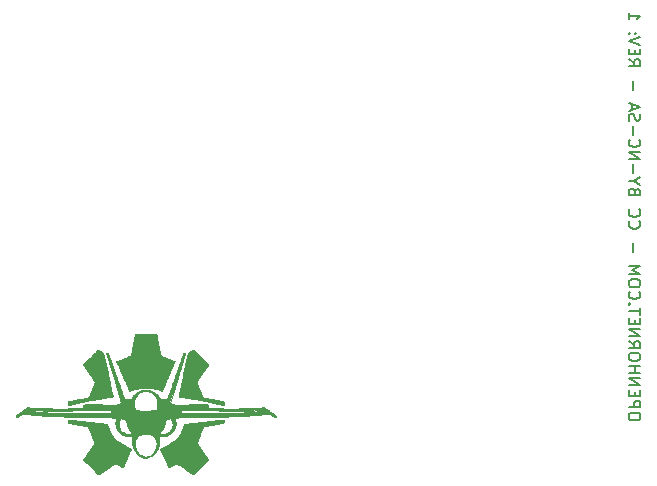
<source format=gbr>
G04 #@! TF.GenerationSoftware,KiCad,Pcbnew,(5.1.9)-1*
G04 #@! TF.CreationDate,2022-08-19T09:55:29-06:00*
G04 #@! TF.ProjectId,ABSIS_PMS,41425349-535f-4504-9d53-2e6b69636164,1*
G04 #@! TF.SameCoordinates,Original*
G04 #@! TF.FileFunction,Legend,Bot*
G04 #@! TF.FilePolarity,Positive*
%FSLAX46Y46*%
G04 Gerber Fmt 4.6, Leading zero omitted, Abs format (unit mm)*
G04 Created by KiCad (PCBNEW (5.1.9)-1) date 2022-08-19 09:55:29*
%MOMM*%
%LPD*%
G01*
G04 APERTURE LIST*
%ADD10C,0.150000*%
%ADD11C,0.010000*%
G04 APERTURE END LIST*
D10*
X157493619Y-105245809D02*
X157493619Y-105055333D01*
X157446000Y-104960095D01*
X157350761Y-104864857D01*
X157160285Y-104817238D01*
X156826952Y-104817238D01*
X156636476Y-104864857D01*
X156541238Y-104960095D01*
X156493619Y-105055333D01*
X156493619Y-105245809D01*
X156541238Y-105341047D01*
X156636476Y-105436285D01*
X156826952Y-105483904D01*
X157160285Y-105483904D01*
X157350761Y-105436285D01*
X157446000Y-105341047D01*
X157493619Y-105245809D01*
X156493619Y-104388666D02*
X157493619Y-104388666D01*
X157493619Y-104007714D01*
X157446000Y-103912476D01*
X157398380Y-103864857D01*
X157303142Y-103817238D01*
X157160285Y-103817238D01*
X157065047Y-103864857D01*
X157017428Y-103912476D01*
X156969809Y-104007714D01*
X156969809Y-104388666D01*
X157017428Y-103388666D02*
X157017428Y-103055333D01*
X156493619Y-102912476D02*
X156493619Y-103388666D01*
X157493619Y-103388666D01*
X157493619Y-102912476D01*
X156493619Y-102483904D02*
X157493619Y-102483904D01*
X156493619Y-101912476D01*
X157493619Y-101912476D01*
X156493619Y-101436285D02*
X157493619Y-101436285D01*
X157017428Y-101436285D02*
X157017428Y-100864857D01*
X156493619Y-100864857D02*
X157493619Y-100864857D01*
X157493619Y-100198190D02*
X157493619Y-100007714D01*
X157446000Y-99912476D01*
X157350761Y-99817238D01*
X157160285Y-99769619D01*
X156826952Y-99769619D01*
X156636476Y-99817238D01*
X156541238Y-99912476D01*
X156493619Y-100007714D01*
X156493619Y-100198190D01*
X156541238Y-100293428D01*
X156636476Y-100388666D01*
X156826952Y-100436285D01*
X157160285Y-100436285D01*
X157350761Y-100388666D01*
X157446000Y-100293428D01*
X157493619Y-100198190D01*
X156493619Y-98769619D02*
X156969809Y-99102952D01*
X156493619Y-99341047D02*
X157493619Y-99341047D01*
X157493619Y-98960095D01*
X157446000Y-98864857D01*
X157398380Y-98817238D01*
X157303142Y-98769619D01*
X157160285Y-98769619D01*
X157065047Y-98817238D01*
X157017428Y-98864857D01*
X156969809Y-98960095D01*
X156969809Y-99341047D01*
X156493619Y-98341047D02*
X157493619Y-98341047D01*
X156493619Y-97769619D01*
X157493619Y-97769619D01*
X157017428Y-97293428D02*
X157017428Y-96960095D01*
X156493619Y-96817238D02*
X156493619Y-97293428D01*
X157493619Y-97293428D01*
X157493619Y-96817238D01*
X157493619Y-96531523D02*
X157493619Y-95960095D01*
X156493619Y-96245809D02*
X157493619Y-96245809D01*
X156588857Y-95626761D02*
X156541238Y-95579142D01*
X156493619Y-95626761D01*
X156541238Y-95674380D01*
X156588857Y-95626761D01*
X156493619Y-95626761D01*
X156588857Y-94579142D02*
X156541238Y-94626761D01*
X156493619Y-94769619D01*
X156493619Y-94864857D01*
X156541238Y-95007714D01*
X156636476Y-95102952D01*
X156731714Y-95150571D01*
X156922190Y-95198190D01*
X157065047Y-95198190D01*
X157255523Y-95150571D01*
X157350761Y-95102952D01*
X157446000Y-95007714D01*
X157493619Y-94864857D01*
X157493619Y-94769619D01*
X157446000Y-94626761D01*
X157398380Y-94579142D01*
X157493619Y-93960095D02*
X157493619Y-93769619D01*
X157446000Y-93674380D01*
X157350761Y-93579142D01*
X157160285Y-93531523D01*
X156826952Y-93531523D01*
X156636476Y-93579142D01*
X156541238Y-93674380D01*
X156493619Y-93769619D01*
X156493619Y-93960095D01*
X156541238Y-94055333D01*
X156636476Y-94150571D01*
X156826952Y-94198190D01*
X157160285Y-94198190D01*
X157350761Y-94150571D01*
X157446000Y-94055333D01*
X157493619Y-93960095D01*
X156493619Y-93102952D02*
X157493619Y-93102952D01*
X156779333Y-92769619D01*
X157493619Y-92436285D01*
X156493619Y-92436285D01*
X156874571Y-91198190D02*
X156874571Y-90436285D01*
X156588857Y-88626761D02*
X156541238Y-88674380D01*
X156493619Y-88817238D01*
X156493619Y-88912476D01*
X156541238Y-89055333D01*
X156636476Y-89150571D01*
X156731714Y-89198190D01*
X156922190Y-89245809D01*
X157065047Y-89245809D01*
X157255523Y-89198190D01*
X157350761Y-89150571D01*
X157446000Y-89055333D01*
X157493619Y-88912476D01*
X157493619Y-88817238D01*
X157446000Y-88674380D01*
X157398380Y-88626761D01*
X156588857Y-87626761D02*
X156541238Y-87674380D01*
X156493619Y-87817238D01*
X156493619Y-87912476D01*
X156541238Y-88055333D01*
X156636476Y-88150571D01*
X156731714Y-88198190D01*
X156922190Y-88245809D01*
X157065047Y-88245809D01*
X157255523Y-88198190D01*
X157350761Y-88150571D01*
X157446000Y-88055333D01*
X157493619Y-87912476D01*
X157493619Y-87817238D01*
X157446000Y-87674380D01*
X157398380Y-87626761D01*
X157017428Y-86102952D02*
X156969809Y-85960095D01*
X156922190Y-85912476D01*
X156826952Y-85864857D01*
X156684095Y-85864857D01*
X156588857Y-85912476D01*
X156541238Y-85960095D01*
X156493619Y-86055333D01*
X156493619Y-86436285D01*
X157493619Y-86436285D01*
X157493619Y-86102952D01*
X157446000Y-86007714D01*
X157398380Y-85960095D01*
X157303142Y-85912476D01*
X157207904Y-85912476D01*
X157112666Y-85960095D01*
X157065047Y-86007714D01*
X157017428Y-86102952D01*
X157017428Y-86436285D01*
X156969809Y-85245809D02*
X156493619Y-85245809D01*
X157493619Y-85579142D02*
X156969809Y-85245809D01*
X157493619Y-84912476D01*
X156874571Y-84579142D02*
X156874571Y-83817238D01*
X156493619Y-83341047D02*
X157493619Y-83341047D01*
X156493619Y-82769619D01*
X157493619Y-82769619D01*
X156588857Y-81722000D02*
X156541238Y-81769619D01*
X156493619Y-81912476D01*
X156493619Y-82007714D01*
X156541238Y-82150571D01*
X156636476Y-82245809D01*
X156731714Y-82293428D01*
X156922190Y-82341047D01*
X157065047Y-82341047D01*
X157255523Y-82293428D01*
X157350761Y-82245809D01*
X157446000Y-82150571D01*
X157493619Y-82007714D01*
X157493619Y-81912476D01*
X157446000Y-81769619D01*
X157398380Y-81722000D01*
X156874571Y-81293428D02*
X156874571Y-80531523D01*
X156541238Y-80102952D02*
X156493619Y-79960095D01*
X156493619Y-79722000D01*
X156541238Y-79626761D01*
X156588857Y-79579142D01*
X156684095Y-79531523D01*
X156779333Y-79531523D01*
X156874571Y-79579142D01*
X156922190Y-79626761D01*
X156969809Y-79722000D01*
X157017428Y-79912476D01*
X157065047Y-80007714D01*
X157112666Y-80055333D01*
X157207904Y-80102952D01*
X157303142Y-80102952D01*
X157398380Y-80055333D01*
X157446000Y-80007714D01*
X157493619Y-79912476D01*
X157493619Y-79674380D01*
X157446000Y-79531523D01*
X156779333Y-79150571D02*
X156779333Y-78674380D01*
X156493619Y-79245809D02*
X157493619Y-78912476D01*
X156493619Y-78579142D01*
X156874571Y-77483904D02*
X156874571Y-76722000D01*
X156493619Y-74912476D02*
X156969809Y-75245809D01*
X156493619Y-75483904D02*
X157493619Y-75483904D01*
X157493619Y-75102952D01*
X157446000Y-75007714D01*
X157398380Y-74960095D01*
X157303142Y-74912476D01*
X157160285Y-74912476D01*
X157065047Y-74960095D01*
X157017428Y-75007714D01*
X156969809Y-75102952D01*
X156969809Y-75483904D01*
X157017428Y-74483904D02*
X157017428Y-74150571D01*
X156493619Y-74007714D02*
X156493619Y-74483904D01*
X157493619Y-74483904D01*
X157493619Y-74007714D01*
X157493619Y-73722000D02*
X156493619Y-73388666D01*
X157493619Y-73055333D01*
X156588857Y-72722000D02*
X156541238Y-72674380D01*
X156493619Y-72722000D01*
X156541238Y-72769619D01*
X156588857Y-72722000D01*
X156493619Y-72722000D01*
X157112666Y-72722000D02*
X157065047Y-72674380D01*
X157017428Y-72722000D01*
X157065047Y-72769619D01*
X157112666Y-72722000D01*
X157017428Y-72722000D01*
X156493619Y-70960095D02*
X156493619Y-71531523D01*
X156493619Y-71245809D02*
X157493619Y-71245809D01*
X157350761Y-71341047D01*
X157255523Y-71436285D01*
X157207904Y-71531523D01*
D11*
G36*
X115644539Y-98174600D02*
G01*
X115603177Y-98174600D01*
X115463511Y-98174617D01*
X115339787Y-98174678D01*
X115231013Y-98174800D01*
X115136199Y-98174999D01*
X115054353Y-98175291D01*
X114984484Y-98175691D01*
X114925600Y-98176215D01*
X114876710Y-98176880D01*
X114836823Y-98177701D01*
X114804947Y-98178694D01*
X114780091Y-98179876D01*
X114761264Y-98181262D01*
X114747474Y-98182868D01*
X114737730Y-98184710D01*
X114731041Y-98186804D01*
X114727178Y-98188699D01*
X114707221Y-98204955D01*
X114694244Y-98222695D01*
X114691460Y-98233646D01*
X114685820Y-98260105D01*
X114677543Y-98300931D01*
X114666849Y-98354979D01*
X114653959Y-98421108D01*
X114639093Y-98498174D01*
X114622469Y-98585035D01*
X114604307Y-98680548D01*
X114584829Y-98783570D01*
X114564253Y-98892958D01*
X114542799Y-99007569D01*
X114528237Y-99085676D01*
X114506289Y-99203185D01*
X114485026Y-99316270D01*
X114464669Y-99423785D01*
X114445445Y-99524581D01*
X114427574Y-99617512D01*
X114411282Y-99701428D01*
X114396793Y-99775183D01*
X114384328Y-99837628D01*
X114374113Y-99887617D01*
X114366371Y-99924002D01*
X114361325Y-99945634D01*
X114359586Y-99951262D01*
X114344185Y-99974148D01*
X114328021Y-99991935D01*
X114317998Y-99997251D01*
X114293792Y-100008333D01*
X114256901Y-100024558D01*
X114208826Y-100045306D01*
X114151066Y-100069955D01*
X114085118Y-100097881D01*
X114012484Y-100128464D01*
X113934661Y-100161082D01*
X113853149Y-100195112D01*
X113769447Y-100229934D01*
X113685054Y-100264924D01*
X113601470Y-100299461D01*
X113520193Y-100332924D01*
X113442723Y-100364689D01*
X113370559Y-100394136D01*
X113305199Y-100420643D01*
X113248144Y-100443587D01*
X113200892Y-100462347D01*
X113164942Y-100476301D01*
X113141794Y-100484827D01*
X113134068Y-100487220D01*
X113133259Y-100490097D01*
X113135016Y-100498293D01*
X113139610Y-100512431D01*
X113147315Y-100533138D01*
X113158400Y-100561037D01*
X113173137Y-100596753D01*
X113191799Y-100640911D01*
X113214656Y-100694136D01*
X113241979Y-100757051D01*
X113274042Y-100830283D01*
X113311114Y-100914454D01*
X113353468Y-101010191D01*
X113401375Y-101118117D01*
X113455106Y-101238857D01*
X113514934Y-101373036D01*
X113581129Y-101521279D01*
X113653963Y-101684210D01*
X113669032Y-101717899D01*
X113730193Y-101854606D01*
X113789534Y-101987191D01*
X113846683Y-102114822D01*
X113901266Y-102236668D01*
X113952909Y-102351895D01*
X114001238Y-102459673D01*
X114045880Y-102559168D01*
X114086462Y-102649550D01*
X114122610Y-102729985D01*
X114153951Y-102799643D01*
X114180110Y-102857690D01*
X114200715Y-102903295D01*
X114215392Y-102935626D01*
X114223767Y-102953851D01*
X114225637Y-102957711D01*
X114230896Y-102961782D01*
X114241449Y-102962612D01*
X114259687Y-102959750D01*
X114288003Y-102952744D01*
X114328791Y-102941145D01*
X114355306Y-102933273D01*
X114476992Y-102898394D01*
X114607384Y-102863817D01*
X114742237Y-102830527D01*
X114877302Y-102799507D01*
X115008333Y-102771740D01*
X115131083Y-102748209D01*
X115218333Y-102733432D01*
X115269150Y-102727222D01*
X115333482Y-102722143D01*
X115407946Y-102718236D01*
X115489161Y-102715542D01*
X115573742Y-102714103D01*
X115658307Y-102713959D01*
X115739474Y-102715153D01*
X115813859Y-102717725D01*
X115878080Y-102721717D01*
X115911618Y-102724958D01*
X116008637Y-102738126D01*
X116118239Y-102756459D01*
X116237130Y-102779237D01*
X116362019Y-102805737D01*
X116489610Y-102835236D01*
X116616611Y-102867014D01*
X116739728Y-102900348D01*
X116825219Y-102925238D01*
X116870991Y-102938894D01*
X116911058Y-102950630D01*
X116942637Y-102959647D01*
X116962945Y-102965150D01*
X116969152Y-102966489D01*
X116973149Y-102958836D01*
X116983540Y-102936482D01*
X116999962Y-102900252D01*
X117022050Y-102850972D01*
X117049440Y-102789467D01*
X117081769Y-102716562D01*
X117118672Y-102633082D01*
X117159785Y-102539852D01*
X117204744Y-102437698D01*
X117253185Y-102327445D01*
X117304744Y-102209917D01*
X117359058Y-102085941D01*
X117415761Y-101956342D01*
X117474490Y-101821944D01*
X117512800Y-101734185D01*
X117572644Y-101597014D01*
X117630647Y-101464002D01*
X117686447Y-101335984D01*
X117739681Y-101213792D01*
X117789987Y-101098260D01*
X117837003Y-100990221D01*
X117880367Y-100890510D01*
X117919716Y-100799959D01*
X117954689Y-100719401D01*
X117984923Y-100649671D01*
X118010055Y-100591602D01*
X118029725Y-100546027D01*
X118043568Y-100513779D01*
X118051224Y-100495692D01*
X118052706Y-100491946D01*
X118045414Y-100486844D01*
X118023124Y-100475796D01*
X117986572Y-100459118D01*
X117936493Y-100437126D01*
X117873624Y-100410134D01*
X117798699Y-100378458D01*
X117712456Y-100342414D01*
X117615628Y-100302315D01*
X117508953Y-100258479D01*
X117485730Y-100248975D01*
X117391978Y-100210544D01*
X117302340Y-100173624D01*
X117218125Y-100138763D01*
X117140641Y-100106511D01*
X117071195Y-100077419D01*
X117011095Y-100052035D01*
X116961649Y-100030910D01*
X116924166Y-100014593D01*
X116899953Y-100003633D01*
X116890790Y-99998946D01*
X116869114Y-99979133D01*
X116851129Y-99954256D01*
X116850116Y-99952337D01*
X116846171Y-99939286D01*
X116839391Y-99910360D01*
X116829930Y-99866352D01*
X116817944Y-99808054D01*
X116803589Y-99736259D01*
X116787019Y-99651759D01*
X116768391Y-99555346D01*
X116747860Y-99447813D01*
X116725581Y-99329953D01*
X116701709Y-99202557D01*
X116678444Y-99077446D01*
X116656613Y-98959928D01*
X116635520Y-98846947D01*
X116615382Y-98739637D01*
X116596418Y-98639132D01*
X116578844Y-98546566D01*
X116562878Y-98463073D01*
X116548738Y-98389789D01*
X116536642Y-98327846D01*
X116526805Y-98278380D01*
X116519447Y-98242524D01*
X116514785Y-98221413D01*
X116513261Y-98216051D01*
X116509802Y-98209427D01*
X116506278Y-98203548D01*
X116501714Y-98198371D01*
X116495133Y-98193850D01*
X116485559Y-98189942D01*
X116472015Y-98186601D01*
X116453526Y-98183783D01*
X116429115Y-98181443D01*
X116397806Y-98179539D01*
X116358623Y-98178023D01*
X116310589Y-98176854D01*
X116252729Y-98175985D01*
X116184066Y-98175372D01*
X116103623Y-98174971D01*
X116010426Y-98174738D01*
X115903497Y-98174628D01*
X115781860Y-98174597D01*
X115644539Y-98174600D01*
G37*
X115644539Y-98174600D02*
X115603177Y-98174600D01*
X115463511Y-98174617D01*
X115339787Y-98174678D01*
X115231013Y-98174800D01*
X115136199Y-98174999D01*
X115054353Y-98175291D01*
X114984484Y-98175691D01*
X114925600Y-98176215D01*
X114876710Y-98176880D01*
X114836823Y-98177701D01*
X114804947Y-98178694D01*
X114780091Y-98179876D01*
X114761264Y-98181262D01*
X114747474Y-98182868D01*
X114737730Y-98184710D01*
X114731041Y-98186804D01*
X114727178Y-98188699D01*
X114707221Y-98204955D01*
X114694244Y-98222695D01*
X114691460Y-98233646D01*
X114685820Y-98260105D01*
X114677543Y-98300931D01*
X114666849Y-98354979D01*
X114653959Y-98421108D01*
X114639093Y-98498174D01*
X114622469Y-98585035D01*
X114604307Y-98680548D01*
X114584829Y-98783570D01*
X114564253Y-98892958D01*
X114542799Y-99007569D01*
X114528237Y-99085676D01*
X114506289Y-99203185D01*
X114485026Y-99316270D01*
X114464669Y-99423785D01*
X114445445Y-99524581D01*
X114427574Y-99617512D01*
X114411282Y-99701428D01*
X114396793Y-99775183D01*
X114384328Y-99837628D01*
X114374113Y-99887617D01*
X114366371Y-99924002D01*
X114361325Y-99945634D01*
X114359586Y-99951262D01*
X114344185Y-99974148D01*
X114328021Y-99991935D01*
X114317998Y-99997251D01*
X114293792Y-100008333D01*
X114256901Y-100024558D01*
X114208826Y-100045306D01*
X114151066Y-100069955D01*
X114085118Y-100097881D01*
X114012484Y-100128464D01*
X113934661Y-100161082D01*
X113853149Y-100195112D01*
X113769447Y-100229934D01*
X113685054Y-100264924D01*
X113601470Y-100299461D01*
X113520193Y-100332924D01*
X113442723Y-100364689D01*
X113370559Y-100394136D01*
X113305199Y-100420643D01*
X113248144Y-100443587D01*
X113200892Y-100462347D01*
X113164942Y-100476301D01*
X113141794Y-100484827D01*
X113134068Y-100487220D01*
X113133259Y-100490097D01*
X113135016Y-100498293D01*
X113139610Y-100512431D01*
X113147315Y-100533138D01*
X113158400Y-100561037D01*
X113173137Y-100596753D01*
X113191799Y-100640911D01*
X113214656Y-100694136D01*
X113241979Y-100757051D01*
X113274042Y-100830283D01*
X113311114Y-100914454D01*
X113353468Y-101010191D01*
X113401375Y-101118117D01*
X113455106Y-101238857D01*
X113514934Y-101373036D01*
X113581129Y-101521279D01*
X113653963Y-101684210D01*
X113669032Y-101717899D01*
X113730193Y-101854606D01*
X113789534Y-101987191D01*
X113846683Y-102114822D01*
X113901266Y-102236668D01*
X113952909Y-102351895D01*
X114001238Y-102459673D01*
X114045880Y-102559168D01*
X114086462Y-102649550D01*
X114122610Y-102729985D01*
X114153951Y-102799643D01*
X114180110Y-102857690D01*
X114200715Y-102903295D01*
X114215392Y-102935626D01*
X114223767Y-102953851D01*
X114225637Y-102957711D01*
X114230896Y-102961782D01*
X114241449Y-102962612D01*
X114259687Y-102959750D01*
X114288003Y-102952744D01*
X114328791Y-102941145D01*
X114355306Y-102933273D01*
X114476992Y-102898394D01*
X114607384Y-102863817D01*
X114742237Y-102830527D01*
X114877302Y-102799507D01*
X115008333Y-102771740D01*
X115131083Y-102748209D01*
X115218333Y-102733432D01*
X115269150Y-102727222D01*
X115333482Y-102722143D01*
X115407946Y-102718236D01*
X115489161Y-102715542D01*
X115573742Y-102714103D01*
X115658307Y-102713959D01*
X115739474Y-102715153D01*
X115813859Y-102717725D01*
X115878080Y-102721717D01*
X115911618Y-102724958D01*
X116008637Y-102738126D01*
X116118239Y-102756459D01*
X116237130Y-102779237D01*
X116362019Y-102805737D01*
X116489610Y-102835236D01*
X116616611Y-102867014D01*
X116739728Y-102900348D01*
X116825219Y-102925238D01*
X116870991Y-102938894D01*
X116911058Y-102950630D01*
X116942637Y-102959647D01*
X116962945Y-102965150D01*
X116969152Y-102966489D01*
X116973149Y-102958836D01*
X116983540Y-102936482D01*
X116999962Y-102900252D01*
X117022050Y-102850972D01*
X117049440Y-102789467D01*
X117081769Y-102716562D01*
X117118672Y-102633082D01*
X117159785Y-102539852D01*
X117204744Y-102437698D01*
X117253185Y-102327445D01*
X117304744Y-102209917D01*
X117359058Y-102085941D01*
X117415761Y-101956342D01*
X117474490Y-101821944D01*
X117512800Y-101734185D01*
X117572644Y-101597014D01*
X117630647Y-101464002D01*
X117686447Y-101335984D01*
X117739681Y-101213792D01*
X117789987Y-101098260D01*
X117837003Y-100990221D01*
X117880367Y-100890510D01*
X117919716Y-100799959D01*
X117954689Y-100719401D01*
X117984923Y-100649671D01*
X118010055Y-100591602D01*
X118029725Y-100546027D01*
X118043568Y-100513779D01*
X118051224Y-100495692D01*
X118052706Y-100491946D01*
X118045414Y-100486844D01*
X118023124Y-100475796D01*
X117986572Y-100459118D01*
X117936493Y-100437126D01*
X117873624Y-100410134D01*
X117798699Y-100378458D01*
X117712456Y-100342414D01*
X117615628Y-100302315D01*
X117508953Y-100258479D01*
X117485730Y-100248975D01*
X117391978Y-100210544D01*
X117302340Y-100173624D01*
X117218125Y-100138763D01*
X117140641Y-100106511D01*
X117071195Y-100077419D01*
X117011095Y-100052035D01*
X116961649Y-100030910D01*
X116924166Y-100014593D01*
X116899953Y-100003633D01*
X116890790Y-99998946D01*
X116869114Y-99979133D01*
X116851129Y-99954256D01*
X116850116Y-99952337D01*
X116846171Y-99939286D01*
X116839391Y-99910360D01*
X116829930Y-99866352D01*
X116817944Y-99808054D01*
X116803589Y-99736259D01*
X116787019Y-99651759D01*
X116768391Y-99555346D01*
X116747860Y-99447813D01*
X116725581Y-99329953D01*
X116701709Y-99202557D01*
X116678444Y-99077446D01*
X116656613Y-98959928D01*
X116635520Y-98846947D01*
X116615382Y-98739637D01*
X116596418Y-98639132D01*
X116578844Y-98546566D01*
X116562878Y-98463073D01*
X116548738Y-98389789D01*
X116536642Y-98327846D01*
X116526805Y-98278380D01*
X116519447Y-98242524D01*
X116514785Y-98221413D01*
X116513261Y-98216051D01*
X116509802Y-98209427D01*
X116506278Y-98203548D01*
X116501714Y-98198371D01*
X116495133Y-98193850D01*
X116485559Y-98189942D01*
X116472015Y-98186601D01*
X116453526Y-98183783D01*
X116429115Y-98181443D01*
X116397806Y-98179539D01*
X116358623Y-98178023D01*
X116310589Y-98176854D01*
X116252729Y-98175985D01*
X116184066Y-98175372D01*
X116103623Y-98174971D01*
X116010426Y-98174738D01*
X115903497Y-98174628D01*
X115781860Y-98174597D01*
X115644539Y-98174600D01*
G36*
X111561827Y-99499473D02*
G01*
X111552873Y-99506094D01*
X111532997Y-99523767D01*
X111503190Y-99551508D01*
X111464442Y-99588334D01*
X111417742Y-99633260D01*
X111364080Y-99685303D01*
X111304447Y-99743479D01*
X111239832Y-99806804D01*
X111171225Y-99874294D01*
X111099616Y-99944965D01*
X111025994Y-100017833D01*
X110951351Y-100091915D01*
X110876674Y-100166226D01*
X110802955Y-100239783D01*
X110731183Y-100311602D01*
X110662349Y-100380699D01*
X110597441Y-100446090D01*
X110537450Y-100506791D01*
X110483366Y-100561819D01*
X110436179Y-100610189D01*
X110396878Y-100650918D01*
X110366453Y-100683021D01*
X110345895Y-100705515D01*
X110336193Y-100717417D01*
X110335836Y-100718027D01*
X110326759Y-100750024D01*
X110327297Y-100770272D01*
X110333055Y-100782635D01*
X110348506Y-100808721D01*
X110373577Y-100848423D01*
X110408196Y-100901631D01*
X110452290Y-100968235D01*
X110505787Y-101048126D01*
X110568612Y-101141195D01*
X110640695Y-101247332D01*
X110721961Y-101366430D01*
X110811794Y-101497583D01*
X110890435Y-101612407D01*
X110963438Y-101719397D01*
X111030389Y-101817933D01*
X111090874Y-101907393D01*
X111144479Y-101987158D01*
X111190788Y-102056607D01*
X111229389Y-102115119D01*
X111259866Y-102162072D01*
X111281806Y-102196848D01*
X111294793Y-102218824D01*
X111298423Y-102226591D01*
X111301837Y-102252257D01*
X111301010Y-102274061D01*
X111300858Y-102274786D01*
X111296461Y-102287373D01*
X111285974Y-102313877D01*
X111270029Y-102352826D01*
X111249260Y-102402748D01*
X111224300Y-102462173D01*
X111195783Y-102529628D01*
X111164341Y-102603642D01*
X111130609Y-102682743D01*
X111095218Y-102765461D01*
X111058803Y-102850322D01*
X111021997Y-102935857D01*
X110985433Y-103020593D01*
X110949744Y-103103058D01*
X110915564Y-103181782D01*
X110883525Y-103255292D01*
X110854262Y-103322117D01*
X110828407Y-103380786D01*
X110806593Y-103429827D01*
X110789454Y-103467768D01*
X110777624Y-103493138D01*
X110771735Y-103504466D01*
X110771603Y-103504643D01*
X110751658Y-103524310D01*
X110732189Y-103537618D01*
X110720805Y-103540793D01*
X110693929Y-103546806D01*
X110652721Y-103555430D01*
X110598343Y-103566439D01*
X110531957Y-103579606D01*
X110454723Y-103594706D01*
X110367802Y-103611512D01*
X110272356Y-103629798D01*
X110169547Y-103649337D01*
X110060534Y-103669903D01*
X109946481Y-103691270D01*
X109884153Y-103702885D01*
X109748716Y-103728085D01*
X109628932Y-103750401D01*
X109523806Y-103770042D01*
X109432343Y-103787219D01*
X109353546Y-103802139D01*
X109286422Y-103815013D01*
X109229973Y-103826049D01*
X109183206Y-103835456D01*
X109145124Y-103843444D01*
X109114733Y-103850222D01*
X109091036Y-103855998D01*
X109073039Y-103860981D01*
X109059747Y-103865382D01*
X109050162Y-103869409D01*
X109043292Y-103873271D01*
X109038139Y-103877177D01*
X109033710Y-103881337D01*
X109033433Y-103881610D01*
X109008033Y-103906815D01*
X109005371Y-104054841D01*
X109002709Y-104202866D01*
X109022304Y-104202002D01*
X109033875Y-104199870D01*
X109060391Y-104194028D01*
X109100358Y-104184831D01*
X109152284Y-104172635D01*
X109214676Y-104157794D01*
X109286039Y-104140665D01*
X109364881Y-104121600D01*
X109449709Y-104100957D01*
X109537200Y-104079540D01*
X109725039Y-104033684D01*
X109897277Y-103992185D01*
X110054629Y-103954879D01*
X110197814Y-103921604D01*
X110327549Y-103892194D01*
X110444549Y-103866487D01*
X110549533Y-103844317D01*
X110643217Y-103825523D01*
X110680200Y-103818439D01*
X110709703Y-103813055D01*
X110754606Y-103805110D01*
X110813611Y-103794824D01*
X110885414Y-103782419D01*
X110968715Y-103768118D01*
X111062212Y-103752142D01*
X111164605Y-103734714D01*
X111274591Y-103716054D01*
X111390870Y-103696385D01*
X111512140Y-103675929D01*
X111637100Y-103654908D01*
X111764449Y-103633543D01*
X111776634Y-103631502D01*
X111901676Y-103610483D01*
X112022788Y-103589978D01*
X112138834Y-103570187D01*
X112248677Y-103551310D01*
X112351183Y-103533547D01*
X112445213Y-103517098D01*
X112529633Y-103502164D01*
X112603307Y-103488944D01*
X112665098Y-103477638D01*
X112713870Y-103468446D01*
X112748487Y-103461570D01*
X112767813Y-103457207D01*
X112770093Y-103456543D01*
X112798733Y-103446533D01*
X112814195Y-103438687D01*
X112819625Y-103430679D01*
X112818382Y-103420879D01*
X112814546Y-103407378D01*
X112809999Y-103390247D01*
X112804601Y-103368840D01*
X112798209Y-103342513D01*
X112790681Y-103310619D01*
X112781875Y-103272514D01*
X112771651Y-103227551D01*
X112759865Y-103175086D01*
X112746377Y-103114472D01*
X112731045Y-103045065D01*
X112713726Y-102966220D01*
X112694280Y-102877290D01*
X112672564Y-102777630D01*
X112648436Y-102666595D01*
X112621755Y-102543539D01*
X112592379Y-102407818D01*
X112560167Y-102258784D01*
X112524976Y-102095794D01*
X112486665Y-101918202D01*
X112445092Y-101725362D01*
X112400115Y-101516628D01*
X112398774Y-101510404D01*
X112023934Y-99770442D01*
X111827112Y-99635038D01*
X111775030Y-99599661D01*
X111726477Y-99567540D01*
X111683475Y-99539945D01*
X111648042Y-99518143D01*
X111622197Y-99503404D01*
X111607962Y-99496997D01*
X111607189Y-99496855D01*
X111580356Y-99496752D01*
X111561827Y-99499473D01*
G37*
X111561827Y-99499473D02*
X111552873Y-99506094D01*
X111532997Y-99523767D01*
X111503190Y-99551508D01*
X111464442Y-99588334D01*
X111417742Y-99633260D01*
X111364080Y-99685303D01*
X111304447Y-99743479D01*
X111239832Y-99806804D01*
X111171225Y-99874294D01*
X111099616Y-99944965D01*
X111025994Y-100017833D01*
X110951351Y-100091915D01*
X110876674Y-100166226D01*
X110802955Y-100239783D01*
X110731183Y-100311602D01*
X110662349Y-100380699D01*
X110597441Y-100446090D01*
X110537450Y-100506791D01*
X110483366Y-100561819D01*
X110436179Y-100610189D01*
X110396878Y-100650918D01*
X110366453Y-100683021D01*
X110345895Y-100705515D01*
X110336193Y-100717417D01*
X110335836Y-100718027D01*
X110326759Y-100750024D01*
X110327297Y-100770272D01*
X110333055Y-100782635D01*
X110348506Y-100808721D01*
X110373577Y-100848423D01*
X110408196Y-100901631D01*
X110452290Y-100968235D01*
X110505787Y-101048126D01*
X110568612Y-101141195D01*
X110640695Y-101247332D01*
X110721961Y-101366430D01*
X110811794Y-101497583D01*
X110890435Y-101612407D01*
X110963438Y-101719397D01*
X111030389Y-101817933D01*
X111090874Y-101907393D01*
X111144479Y-101987158D01*
X111190788Y-102056607D01*
X111229389Y-102115119D01*
X111259866Y-102162072D01*
X111281806Y-102196848D01*
X111294793Y-102218824D01*
X111298423Y-102226591D01*
X111301837Y-102252257D01*
X111301010Y-102274061D01*
X111300858Y-102274786D01*
X111296461Y-102287373D01*
X111285974Y-102313877D01*
X111270029Y-102352826D01*
X111249260Y-102402748D01*
X111224300Y-102462173D01*
X111195783Y-102529628D01*
X111164341Y-102603642D01*
X111130609Y-102682743D01*
X111095218Y-102765461D01*
X111058803Y-102850322D01*
X111021997Y-102935857D01*
X110985433Y-103020593D01*
X110949744Y-103103058D01*
X110915564Y-103181782D01*
X110883525Y-103255292D01*
X110854262Y-103322117D01*
X110828407Y-103380786D01*
X110806593Y-103429827D01*
X110789454Y-103467768D01*
X110777624Y-103493138D01*
X110771735Y-103504466D01*
X110771603Y-103504643D01*
X110751658Y-103524310D01*
X110732189Y-103537618D01*
X110720805Y-103540793D01*
X110693929Y-103546806D01*
X110652721Y-103555430D01*
X110598343Y-103566439D01*
X110531957Y-103579606D01*
X110454723Y-103594706D01*
X110367802Y-103611512D01*
X110272356Y-103629798D01*
X110169547Y-103649337D01*
X110060534Y-103669903D01*
X109946481Y-103691270D01*
X109884153Y-103702885D01*
X109748716Y-103728085D01*
X109628932Y-103750401D01*
X109523806Y-103770042D01*
X109432343Y-103787219D01*
X109353546Y-103802139D01*
X109286422Y-103815013D01*
X109229973Y-103826049D01*
X109183206Y-103835456D01*
X109145124Y-103843444D01*
X109114733Y-103850222D01*
X109091036Y-103855998D01*
X109073039Y-103860981D01*
X109059747Y-103865382D01*
X109050162Y-103869409D01*
X109043292Y-103873271D01*
X109038139Y-103877177D01*
X109033710Y-103881337D01*
X109033433Y-103881610D01*
X109008033Y-103906815D01*
X109005371Y-104054841D01*
X109002709Y-104202866D01*
X109022304Y-104202002D01*
X109033875Y-104199870D01*
X109060391Y-104194028D01*
X109100358Y-104184831D01*
X109152284Y-104172635D01*
X109214676Y-104157794D01*
X109286039Y-104140665D01*
X109364881Y-104121600D01*
X109449709Y-104100957D01*
X109537200Y-104079540D01*
X109725039Y-104033684D01*
X109897277Y-103992185D01*
X110054629Y-103954879D01*
X110197814Y-103921604D01*
X110327549Y-103892194D01*
X110444549Y-103866487D01*
X110549533Y-103844317D01*
X110643217Y-103825523D01*
X110680200Y-103818439D01*
X110709703Y-103813055D01*
X110754606Y-103805110D01*
X110813611Y-103794824D01*
X110885414Y-103782419D01*
X110968715Y-103768118D01*
X111062212Y-103752142D01*
X111164605Y-103734714D01*
X111274591Y-103716054D01*
X111390870Y-103696385D01*
X111512140Y-103675929D01*
X111637100Y-103654908D01*
X111764449Y-103633543D01*
X111776634Y-103631502D01*
X111901676Y-103610483D01*
X112022788Y-103589978D01*
X112138834Y-103570187D01*
X112248677Y-103551310D01*
X112351183Y-103533547D01*
X112445213Y-103517098D01*
X112529633Y-103502164D01*
X112603307Y-103488944D01*
X112665098Y-103477638D01*
X112713870Y-103468446D01*
X112748487Y-103461570D01*
X112767813Y-103457207D01*
X112770093Y-103456543D01*
X112798733Y-103446533D01*
X112814195Y-103438687D01*
X112819625Y-103430679D01*
X112818382Y-103420879D01*
X112814546Y-103407378D01*
X112809999Y-103390247D01*
X112804601Y-103368840D01*
X112798209Y-103342513D01*
X112790681Y-103310619D01*
X112781875Y-103272514D01*
X112771651Y-103227551D01*
X112759865Y-103175086D01*
X112746377Y-103114472D01*
X112731045Y-103045065D01*
X112713726Y-102966220D01*
X112694280Y-102877290D01*
X112672564Y-102777630D01*
X112648436Y-102666595D01*
X112621755Y-102543539D01*
X112592379Y-102407818D01*
X112560167Y-102258784D01*
X112524976Y-102095794D01*
X112486665Y-101918202D01*
X112445092Y-101725362D01*
X112400115Y-101516628D01*
X112398774Y-101510404D01*
X112023934Y-99770442D01*
X111827112Y-99635038D01*
X111775030Y-99599661D01*
X111726477Y-99567540D01*
X111683475Y-99539945D01*
X111648042Y-99518143D01*
X111622197Y-99503404D01*
X111607962Y-99496997D01*
X111607189Y-99496855D01*
X111580356Y-99496752D01*
X111561827Y-99499473D01*
G36*
X119620862Y-99495687D02*
G01*
X119608846Y-99496385D01*
X119596444Y-99498992D01*
X119581852Y-99504555D01*
X119563266Y-99514124D01*
X119538882Y-99528747D01*
X119506894Y-99549473D01*
X119465498Y-99577351D01*
X119412891Y-99613429D01*
X119384136Y-99633270D01*
X119185371Y-99770566D01*
X118802955Y-101543980D01*
X118766105Y-101714782D01*
X118730093Y-101881539D01*
X118695089Y-102043469D01*
X118661263Y-102199787D01*
X118628787Y-102349708D01*
X118597831Y-102492450D01*
X118568566Y-102627227D01*
X118541162Y-102753257D01*
X118515791Y-102869754D01*
X118492623Y-102975935D01*
X118471828Y-103071016D01*
X118453579Y-103154213D01*
X118438044Y-103224742D01*
X118425396Y-103281818D01*
X118415804Y-103324659D01*
X118409441Y-103352479D01*
X118406530Y-103364313D01*
X118398018Y-103392590D01*
X118390937Y-103415702D01*
X118387902Y-103425306D01*
X118388670Y-103433881D01*
X118398956Y-103441911D01*
X118421475Y-103451037D01*
X118441224Y-103457481D01*
X118457113Y-103461241D01*
X118488580Y-103467566D01*
X118534498Y-103476256D01*
X118593738Y-103487114D01*
X118665171Y-103499942D01*
X118747671Y-103514541D01*
X118840108Y-103530713D01*
X118941355Y-103548262D01*
X119050284Y-103566987D01*
X119165765Y-103586693D01*
X119286672Y-103607179D01*
X119411876Y-103628250D01*
X119460134Y-103636333D01*
X119629340Y-103664644D01*
X119783209Y-103690433D01*
X119923101Y-103713971D01*
X120050381Y-103735531D01*
X120166410Y-103755382D01*
X120272552Y-103773799D01*
X120370169Y-103791052D01*
X120460624Y-103807414D01*
X120545280Y-103823156D01*
X120625499Y-103838550D01*
X120702644Y-103853869D01*
X120778078Y-103869383D01*
X120853164Y-103885365D01*
X120929263Y-103902087D01*
X121007740Y-103919820D01*
X121089956Y-103938837D01*
X121177275Y-103959409D01*
X121271059Y-103981809D01*
X121372671Y-104006307D01*
X121483473Y-104033177D01*
X121604829Y-104062689D01*
X121639651Y-104071163D01*
X121732718Y-104093770D01*
X121821061Y-104115150D01*
X121903284Y-104134972D01*
X121977992Y-104152903D01*
X122043790Y-104168609D01*
X122099283Y-104181759D01*
X122143076Y-104192019D01*
X122173774Y-104199058D01*
X122189981Y-104202542D01*
X122192101Y-104202866D01*
X122196419Y-104199473D01*
X122199536Y-104187948D01*
X122201613Y-104166272D01*
X122202814Y-104132424D01*
X122203301Y-104084386D01*
X122203333Y-104063565D01*
X122202900Y-104004425D01*
X122201259Y-103959692D01*
X122197906Y-103926852D01*
X122192331Y-103903394D01*
X122184029Y-103886804D01*
X122172491Y-103874570D01*
X122163919Y-103868350D01*
X122152502Y-103864760D01*
X122125283Y-103858336D01*
X122083127Y-103849246D01*
X122026898Y-103837660D01*
X121957458Y-103823749D01*
X121875673Y-103807683D01*
X121782405Y-103789630D01*
X121678518Y-103769761D01*
X121564876Y-103748245D01*
X121442342Y-103725252D01*
X121320674Y-103702602D01*
X121184402Y-103677303D01*
X121063790Y-103654853D01*
X120957839Y-103635046D01*
X120865555Y-103617679D01*
X120785939Y-103602547D01*
X120717996Y-103589446D01*
X120660728Y-103578171D01*
X120613139Y-103568518D01*
X120574232Y-103560283D01*
X120543010Y-103553260D01*
X120518477Y-103547247D01*
X120499636Y-103542038D01*
X120485490Y-103537430D01*
X120475043Y-103533216D01*
X120467297Y-103529195D01*
X120463641Y-103526863D01*
X120457273Y-103522225D01*
X120451076Y-103516651D01*
X120444555Y-103509086D01*
X120437214Y-103498469D01*
X120428561Y-103483743D01*
X120418098Y-103463850D01*
X120405333Y-103437731D01*
X120389769Y-103404328D01*
X120370913Y-103362583D01*
X120348269Y-103311437D01*
X120321343Y-103249833D01*
X120289640Y-103176712D01*
X120252665Y-103091015D01*
X120209924Y-102991685D01*
X120169978Y-102898743D01*
X120120475Y-102783479D01*
X120077295Y-102682695D01*
X120040056Y-102595318D01*
X120008380Y-102520279D01*
X119981884Y-102456506D01*
X119960191Y-102402927D01*
X119942918Y-102358473D01*
X119929686Y-102322071D01*
X119920115Y-102292650D01*
X119913824Y-102269140D01*
X119910433Y-102250469D01*
X119909562Y-102235567D01*
X119910830Y-102223361D01*
X119913858Y-102212782D01*
X119918265Y-102202758D01*
X119920992Y-102197377D01*
X119927428Y-102187183D01*
X119942787Y-102164027D01*
X119966396Y-102128898D01*
X119997582Y-102082785D01*
X120035670Y-102026677D01*
X120079988Y-101961564D01*
X120129862Y-101888433D01*
X120184618Y-101808275D01*
X120243584Y-101722078D01*
X120306084Y-101630832D01*
X120371447Y-101535525D01*
X120400672Y-101492948D01*
X120467003Y-101396244D01*
X120530696Y-101303200D01*
X120591085Y-101214801D01*
X120647502Y-101132031D01*
X120699281Y-101055876D01*
X120745753Y-100987321D01*
X120786251Y-100927351D01*
X120820109Y-100876951D01*
X120846659Y-100837107D01*
X120865233Y-100808804D01*
X120875164Y-100793026D01*
X120876626Y-100790300D01*
X120880102Y-100781423D01*
X120882793Y-100773147D01*
X120884050Y-100764741D01*
X120883225Y-100755474D01*
X120879667Y-100744615D01*
X120872729Y-100731434D01*
X120861761Y-100715198D01*
X120846115Y-100695177D01*
X120825141Y-100670639D01*
X120798191Y-100640854D01*
X120764616Y-100605090D01*
X120723767Y-100562616D01*
X120674995Y-100512702D01*
X120617651Y-100454616D01*
X120551086Y-100387626D01*
X120474652Y-100311002D01*
X120387699Y-100224013D01*
X120289579Y-100125927D01*
X120266444Y-100102801D01*
X119658824Y-99495400D01*
X119620862Y-99495687D01*
G37*
X119620862Y-99495687D02*
X119608846Y-99496385D01*
X119596444Y-99498992D01*
X119581852Y-99504555D01*
X119563266Y-99514124D01*
X119538882Y-99528747D01*
X119506894Y-99549473D01*
X119465498Y-99577351D01*
X119412891Y-99613429D01*
X119384136Y-99633270D01*
X119185371Y-99770566D01*
X118802955Y-101543980D01*
X118766105Y-101714782D01*
X118730093Y-101881539D01*
X118695089Y-102043469D01*
X118661263Y-102199787D01*
X118628787Y-102349708D01*
X118597831Y-102492450D01*
X118568566Y-102627227D01*
X118541162Y-102753257D01*
X118515791Y-102869754D01*
X118492623Y-102975935D01*
X118471828Y-103071016D01*
X118453579Y-103154213D01*
X118438044Y-103224742D01*
X118425396Y-103281818D01*
X118415804Y-103324659D01*
X118409441Y-103352479D01*
X118406530Y-103364313D01*
X118398018Y-103392590D01*
X118390937Y-103415702D01*
X118387902Y-103425306D01*
X118388670Y-103433881D01*
X118398956Y-103441911D01*
X118421475Y-103451037D01*
X118441224Y-103457481D01*
X118457113Y-103461241D01*
X118488580Y-103467566D01*
X118534498Y-103476256D01*
X118593738Y-103487114D01*
X118665171Y-103499942D01*
X118747671Y-103514541D01*
X118840108Y-103530713D01*
X118941355Y-103548262D01*
X119050284Y-103566987D01*
X119165765Y-103586693D01*
X119286672Y-103607179D01*
X119411876Y-103628250D01*
X119460134Y-103636333D01*
X119629340Y-103664644D01*
X119783209Y-103690433D01*
X119923101Y-103713971D01*
X120050381Y-103735531D01*
X120166410Y-103755382D01*
X120272552Y-103773799D01*
X120370169Y-103791052D01*
X120460624Y-103807414D01*
X120545280Y-103823156D01*
X120625499Y-103838550D01*
X120702644Y-103853869D01*
X120778078Y-103869383D01*
X120853164Y-103885365D01*
X120929263Y-103902087D01*
X121007740Y-103919820D01*
X121089956Y-103938837D01*
X121177275Y-103959409D01*
X121271059Y-103981809D01*
X121372671Y-104006307D01*
X121483473Y-104033177D01*
X121604829Y-104062689D01*
X121639651Y-104071163D01*
X121732718Y-104093770D01*
X121821061Y-104115150D01*
X121903284Y-104134972D01*
X121977992Y-104152903D01*
X122043790Y-104168609D01*
X122099283Y-104181759D01*
X122143076Y-104192019D01*
X122173774Y-104199058D01*
X122189981Y-104202542D01*
X122192101Y-104202866D01*
X122196419Y-104199473D01*
X122199536Y-104187948D01*
X122201613Y-104166272D01*
X122202814Y-104132424D01*
X122203301Y-104084386D01*
X122203333Y-104063565D01*
X122202900Y-104004425D01*
X122201259Y-103959692D01*
X122197906Y-103926852D01*
X122192331Y-103903394D01*
X122184029Y-103886804D01*
X122172491Y-103874570D01*
X122163919Y-103868350D01*
X122152502Y-103864760D01*
X122125283Y-103858336D01*
X122083127Y-103849246D01*
X122026898Y-103837660D01*
X121957458Y-103823749D01*
X121875673Y-103807683D01*
X121782405Y-103789630D01*
X121678518Y-103769761D01*
X121564876Y-103748245D01*
X121442342Y-103725252D01*
X121320674Y-103702602D01*
X121184402Y-103677303D01*
X121063790Y-103654853D01*
X120957839Y-103635046D01*
X120865555Y-103617679D01*
X120785939Y-103602547D01*
X120717996Y-103589446D01*
X120660728Y-103578171D01*
X120613139Y-103568518D01*
X120574232Y-103560283D01*
X120543010Y-103553260D01*
X120518477Y-103547247D01*
X120499636Y-103542038D01*
X120485490Y-103537430D01*
X120475043Y-103533216D01*
X120467297Y-103529195D01*
X120463641Y-103526863D01*
X120457273Y-103522225D01*
X120451076Y-103516651D01*
X120444555Y-103509086D01*
X120437214Y-103498469D01*
X120428561Y-103483743D01*
X120418098Y-103463850D01*
X120405333Y-103437731D01*
X120389769Y-103404328D01*
X120370913Y-103362583D01*
X120348269Y-103311437D01*
X120321343Y-103249833D01*
X120289640Y-103176712D01*
X120252665Y-103091015D01*
X120209924Y-102991685D01*
X120169978Y-102898743D01*
X120120475Y-102783479D01*
X120077295Y-102682695D01*
X120040056Y-102595318D01*
X120008380Y-102520279D01*
X119981884Y-102456506D01*
X119960191Y-102402927D01*
X119942918Y-102358473D01*
X119929686Y-102322071D01*
X119920115Y-102292650D01*
X119913824Y-102269140D01*
X119910433Y-102250469D01*
X119909562Y-102235567D01*
X119910830Y-102223361D01*
X119913858Y-102212782D01*
X119918265Y-102202758D01*
X119920992Y-102197377D01*
X119927428Y-102187183D01*
X119942787Y-102164027D01*
X119966396Y-102128898D01*
X119997582Y-102082785D01*
X120035670Y-102026677D01*
X120079988Y-101961564D01*
X120129862Y-101888433D01*
X120184618Y-101808275D01*
X120243584Y-101722078D01*
X120306084Y-101630832D01*
X120371447Y-101535525D01*
X120400672Y-101492948D01*
X120467003Y-101396244D01*
X120530696Y-101303200D01*
X120591085Y-101214801D01*
X120647502Y-101132031D01*
X120699281Y-101055876D01*
X120745753Y-100987321D01*
X120786251Y-100927351D01*
X120820109Y-100876951D01*
X120846659Y-100837107D01*
X120865233Y-100808804D01*
X120875164Y-100793026D01*
X120876626Y-100790300D01*
X120880102Y-100781423D01*
X120882793Y-100773147D01*
X120884050Y-100764741D01*
X120883225Y-100755474D01*
X120879667Y-100744615D01*
X120872729Y-100731434D01*
X120861761Y-100715198D01*
X120846115Y-100695177D01*
X120825141Y-100670639D01*
X120798191Y-100640854D01*
X120764616Y-100605090D01*
X120723767Y-100562616D01*
X120674995Y-100512702D01*
X120617651Y-100454616D01*
X120551086Y-100387626D01*
X120474652Y-100311002D01*
X120387699Y-100224013D01*
X120289579Y-100125927D01*
X120266444Y-100102801D01*
X119658824Y-99495400D01*
X119620862Y-99495687D01*
G36*
X118830749Y-99750825D02*
G01*
X118818070Y-99757168D01*
X118810416Y-99771528D01*
X118809998Y-99772683D01*
X118805024Y-99786629D01*
X118794698Y-99815604D01*
X118779351Y-99858687D01*
X118759309Y-99914954D01*
X118734903Y-99983482D01*
X118706460Y-100063349D01*
X118674308Y-100153632D01*
X118638778Y-100253408D01*
X118600196Y-100361755D01*
X118558892Y-100477749D01*
X118515194Y-100600469D01*
X118469430Y-100728990D01*
X118421930Y-100862391D01*
X118373022Y-100999748D01*
X118323034Y-101140140D01*
X118272295Y-101282642D01*
X118221133Y-101426333D01*
X118169878Y-101570289D01*
X118118857Y-101713589D01*
X118068399Y-101855308D01*
X118018833Y-101994525D01*
X117970487Y-102130317D01*
X117923689Y-102261760D01*
X117878769Y-102387932D01*
X117836056Y-102507911D01*
X117795876Y-102620773D01*
X117758559Y-102725596D01*
X117724434Y-102821457D01*
X117693830Y-102907434D01*
X117667073Y-102982602D01*
X117644494Y-103046041D01*
X117639574Y-103059866D01*
X117603911Y-103160039D01*
X117569890Y-103255528D01*
X117537938Y-103345143D01*
X117508479Y-103427691D01*
X117481941Y-103501984D01*
X117458747Y-103566829D01*
X117439325Y-103621036D01*
X117424100Y-103663415D01*
X117413498Y-103692774D01*
X117407944Y-103707923D01*
X117407200Y-103709794D01*
X117399046Y-103708328D01*
X117381199Y-103701892D01*
X117376078Y-103699798D01*
X117341112Y-103688628D01*
X117291977Y-103677877D01*
X117231435Y-103667888D01*
X117162251Y-103659006D01*
X117087187Y-103651574D01*
X117009008Y-103645938D01*
X116930476Y-103642440D01*
X116911510Y-103641949D01*
X116822453Y-103639992D01*
X116781602Y-103571122D01*
X116732339Y-103494491D01*
X116675212Y-103416424D01*
X116613165Y-103340357D01*
X116549143Y-103269727D01*
X116486089Y-103207968D01*
X116430068Y-103160874D01*
X116371718Y-103121774D01*
X116299770Y-103082118D01*
X116217454Y-103043237D01*
X116128000Y-103006462D01*
X116034638Y-102973127D01*
X115940597Y-102944562D01*
X115853333Y-102923007D01*
X115785906Y-102912050D01*
X115707149Y-102905129D01*
X115622175Y-102902242D01*
X115536101Y-102903391D01*
X115454040Y-102908576D01*
X115381109Y-102917796D01*
X115353800Y-102923007D01*
X115249587Y-102949078D01*
X115145496Y-102981804D01*
X115044601Y-103019876D01*
X114949973Y-103061985D01*
X114864684Y-103106821D01*
X114791806Y-103153076D01*
X114762724Y-103174926D01*
X114701432Y-103228886D01*
X114637050Y-103294244D01*
X114573099Y-103366812D01*
X114513100Y-103442398D01*
X114460576Y-103516813D01*
X114422138Y-103580169D01*
X114389356Y-103639901D01*
X114293728Y-103641983D01*
X114183172Y-103646830D01*
X114075218Y-103656238D01*
X113973521Y-103669734D01*
X113881739Y-103686845D01*
X113813620Y-103704064D01*
X113812181Y-103703796D01*
X113810256Y-103701927D01*
X113807666Y-103697964D01*
X113804234Y-103691413D01*
X113799781Y-103681782D01*
X113794129Y-103668576D01*
X113787099Y-103651302D01*
X113778513Y-103629467D01*
X113768193Y-103602577D01*
X113755961Y-103570140D01*
X113741638Y-103531661D01*
X113725047Y-103486647D01*
X113706008Y-103434605D01*
X113684344Y-103375042D01*
X113659876Y-103307463D01*
X113632426Y-103231377D01*
X113601816Y-103146288D01*
X113567867Y-103051705D01*
X113530402Y-102947132D01*
X113489241Y-102832078D01*
X113444207Y-102706049D01*
X113395122Y-102568551D01*
X113341806Y-102419091D01*
X113284083Y-102257175D01*
X113221773Y-102082310D01*
X113154698Y-101894003D01*
X113082680Y-101691761D01*
X113005541Y-101475089D01*
X112923103Y-101243495D01*
X112835186Y-100996485D01*
X112826768Y-100972833D01*
X112392848Y-99753633D01*
X112355510Y-99751132D01*
X112329328Y-99751341D01*
X112311084Y-99758493D01*
X112294109Y-99773746D01*
X112270047Y-99798862D01*
X112890229Y-101892353D01*
X113510410Y-103985845D01*
X113488281Y-104003490D01*
X113474583Y-104012314D01*
X113448213Y-104027458D01*
X113411605Y-104047591D01*
X113367196Y-104071387D01*
X113317421Y-104097516D01*
X113287322Y-104113079D01*
X113108491Y-104205023D01*
X112501829Y-104169818D01*
X112321853Y-104159389D01*
X112157875Y-104149924D01*
X112008992Y-104141382D01*
X111874298Y-104133722D01*
X111752888Y-104126901D01*
X111643858Y-104120877D01*
X111546304Y-104115611D01*
X111459320Y-104111058D01*
X111382001Y-104107179D01*
X111313444Y-104103930D01*
X111252743Y-104101271D01*
X111198993Y-104099160D01*
X111151290Y-104097555D01*
X111108730Y-104096415D01*
X111070407Y-104095697D01*
X111035416Y-104095360D01*
X111002854Y-104095363D01*
X110971815Y-104095663D01*
X110941395Y-104096219D01*
X110917267Y-104096811D01*
X110798665Y-104100712D01*
X110694054Y-104105682D01*
X110604061Y-104111674D01*
X110529314Y-104118642D01*
X110470440Y-104126539D01*
X110440694Y-104132213D01*
X110391129Y-104149048D01*
X110352510Y-104176108D01*
X110321734Y-104215953D01*
X110308291Y-104241530D01*
X110300136Y-104258313D01*
X110294029Y-104272019D01*
X110291394Y-104283243D01*
X110293654Y-104292581D01*
X110302231Y-104300627D01*
X110318549Y-104307977D01*
X110344031Y-104315225D01*
X110380100Y-104322967D01*
X110428178Y-104331798D01*
X110489690Y-104342313D01*
X110566057Y-104355106D01*
X110589184Y-104358991D01*
X110678282Y-104374050D01*
X110751701Y-104386621D01*
X110810479Y-104396907D01*
X110855654Y-104405109D01*
X110888266Y-104411429D01*
X110909353Y-104416069D01*
X110919954Y-104419231D01*
X110921107Y-104421117D01*
X110913852Y-104421929D01*
X110913034Y-104421952D01*
X110902777Y-104422255D01*
X110876529Y-104423053D01*
X110835221Y-104424316D01*
X110779788Y-104426016D01*
X110711163Y-104428123D01*
X110630278Y-104430610D01*
X110538066Y-104433448D01*
X110435462Y-104436607D01*
X110323398Y-104440060D01*
X110202808Y-104443776D01*
X110074623Y-104447728D01*
X109939779Y-104451888D01*
X109799208Y-104456225D01*
X109653842Y-104460711D01*
X109604472Y-104462236D01*
X108312844Y-104502112D01*
X107132205Y-104458126D01*
X106990239Y-104452828D01*
X106851687Y-104447637D01*
X106717623Y-104442595D01*
X106589119Y-104437744D01*
X106467247Y-104433125D01*
X106353081Y-104428778D01*
X106247693Y-104424745D01*
X106152155Y-104421067D01*
X106067540Y-104417785D01*
X105994921Y-104414940D01*
X105935370Y-104412573D01*
X105889960Y-104410725D01*
X105859764Y-104409439D01*
X105849485Y-104408957D01*
X105747403Y-104403773D01*
X105750965Y-104379504D01*
X105749494Y-104348099D01*
X105735614Y-104326633D01*
X105711045Y-104315716D01*
X105677510Y-104315958D01*
X105636729Y-104327970D01*
X105622959Y-104334143D01*
X105610204Y-104341935D01*
X105585181Y-104358696D01*
X105549302Y-104383414D01*
X105503977Y-104415076D01*
X105450618Y-104452670D01*
X105390636Y-104495185D01*
X105325442Y-104541607D01*
X105256447Y-104590926D01*
X105185063Y-104642127D01*
X105112701Y-104694199D01*
X105040771Y-104746131D01*
X104970685Y-104796909D01*
X104903855Y-104845521D01*
X104841691Y-104890956D01*
X104785604Y-104932200D01*
X104737006Y-104968242D01*
X104697308Y-104998070D01*
X104696199Y-104998911D01*
X104653673Y-105037119D01*
X104625162Y-105077705D01*
X104609414Y-105118476D01*
X104604746Y-105148940D01*
X104611089Y-105169470D01*
X104629631Y-105180905D01*
X104661560Y-105184086D01*
X104698078Y-105181185D01*
X104713024Y-105178723D01*
X104727960Y-105174469D01*
X104744844Y-105167271D01*
X104765636Y-105155979D01*
X104792296Y-105139441D01*
X104826782Y-105116508D01*
X104871054Y-105086027D01*
X104927072Y-105046849D01*
X104928641Y-105045747D01*
X105113367Y-104916036D01*
X105282700Y-104931898D01*
X105349883Y-104938163D01*
X105429249Y-104945515D01*
X105519398Y-104953827D01*
X105618934Y-104962973D01*
X105726456Y-104972825D01*
X105840568Y-104983258D01*
X105959871Y-104994144D01*
X106082967Y-105005357D01*
X106208457Y-105016770D01*
X106334944Y-105028256D01*
X106461028Y-105039689D01*
X106585312Y-105050942D01*
X106706398Y-105061888D01*
X106822887Y-105072400D01*
X106933381Y-105082352D01*
X107036482Y-105091617D01*
X107130791Y-105100068D01*
X107214911Y-105107579D01*
X107287443Y-105114023D01*
X107346988Y-105119273D01*
X107392149Y-105123202D01*
X107416300Y-105125253D01*
X107455884Y-105128364D01*
X107496666Y-105131158D01*
X107539979Y-105133673D01*
X107587155Y-105135943D01*
X107639526Y-105138003D01*
X107698425Y-105139891D01*
X107765183Y-105141640D01*
X107841133Y-105143286D01*
X107927607Y-105144866D01*
X108025937Y-105146415D01*
X108137455Y-105147968D01*
X108263494Y-105149560D01*
X108377267Y-105150905D01*
X108475579Y-105152044D01*
X108570080Y-105153150D01*
X108661750Y-105154234D01*
X108751567Y-105155311D01*
X108840511Y-105156394D01*
X108929563Y-105157496D01*
X109019701Y-105158630D01*
X109111905Y-105159809D01*
X109207155Y-105161046D01*
X109306430Y-105162355D01*
X109410710Y-105163749D01*
X109520974Y-105165241D01*
X109638201Y-105166845D01*
X109763372Y-105168572D01*
X109897466Y-105170437D01*
X110041462Y-105172453D01*
X110196340Y-105174633D01*
X110363079Y-105176991D01*
X110542660Y-105179538D01*
X110736060Y-105182289D01*
X110944262Y-105185257D01*
X111168242Y-105188455D01*
X111209367Y-105189043D01*
X111395158Y-105191698D01*
X111564781Y-105194131D01*
X111719002Y-105196359D01*
X111858584Y-105198402D01*
X111984293Y-105200280D01*
X112096891Y-105202010D01*
X112197145Y-105203614D01*
X112285818Y-105205108D01*
X112363674Y-105206514D01*
X112431478Y-105207850D01*
X112489995Y-105209135D01*
X112539989Y-105210389D01*
X112582223Y-105211630D01*
X112617463Y-105212878D01*
X112646474Y-105214152D01*
X112670018Y-105215471D01*
X112688862Y-105216854D01*
X112703768Y-105218321D01*
X112715503Y-105219891D01*
X112724829Y-105221582D01*
X112732511Y-105223415D01*
X112739315Y-105225407D01*
X112746003Y-105227579D01*
X112746067Y-105227600D01*
X112791752Y-105239180D01*
X112850670Y-105248716D01*
X112919202Y-105255815D01*
X112993727Y-105260085D01*
X113055672Y-105261199D01*
X113097749Y-105261395D01*
X113125532Y-105262262D01*
X113141659Y-105264221D01*
X113148765Y-105267692D01*
X113149489Y-105273098D01*
X113148536Y-105276016D01*
X113131623Y-105322587D01*
X113113827Y-105376540D01*
X113096590Y-105433011D01*
X113081354Y-105487136D01*
X113069558Y-105534050D01*
X113063710Y-105562301D01*
X113058152Y-105603640D01*
X113053805Y-105653985D01*
X113051271Y-105705419D01*
X113050867Y-105731464D01*
X113052585Y-105797313D01*
X113058287Y-105858632D01*
X113068794Y-105917678D01*
X113084928Y-105976710D01*
X113107512Y-106037987D01*
X113137366Y-106103768D01*
X113175314Y-106176312D01*
X113222175Y-106257877D01*
X113272456Y-106340551D01*
X113298884Y-106377641D01*
X113335620Y-106421588D01*
X113379408Y-106469114D01*
X113426990Y-106516941D01*
X113475110Y-106561793D01*
X113520508Y-106600391D01*
X113558867Y-106628757D01*
X113669956Y-106694252D01*
X113784189Y-106746173D01*
X113899924Y-106784171D01*
X114015519Y-106807900D01*
X114129330Y-106817009D01*
X114239717Y-106811151D01*
X114333567Y-106793115D01*
X114366598Y-106784621D01*
X114394227Y-106777937D01*
X114411643Y-106774214D01*
X114414000Y-106773862D01*
X114419654Y-106776104D01*
X114423914Y-106785876D01*
X114427234Y-106805655D01*
X114430063Y-106837919D01*
X114432261Y-106874100D01*
X114436223Y-106951322D01*
X114438806Y-107014813D01*
X114440043Y-107067715D01*
X114439963Y-107113171D01*
X114438598Y-107154322D01*
X114435978Y-107194313D01*
X114435439Y-107200872D01*
X114434250Y-107279426D01*
X114442455Y-107369305D01*
X114459507Y-107468125D01*
X114484858Y-107573503D01*
X114517961Y-107683055D01*
X114558269Y-107794397D01*
X114588370Y-107867280D01*
X114637225Y-107969960D01*
X114691119Y-108062830D01*
X114752984Y-108150158D01*
X114825753Y-108236209D01*
X114883816Y-108297032D01*
X114994954Y-108399165D01*
X115108612Y-108484613D01*
X115224915Y-108553456D01*
X115343988Y-108605772D01*
X115408833Y-108626991D01*
X115467599Y-108640217D01*
X115534523Y-108649188D01*
X115603441Y-108653497D01*
X115668187Y-108652738D01*
X115717867Y-108647373D01*
X115812209Y-108624174D01*
X115911207Y-108587310D01*
X116011754Y-108538167D01*
X116110741Y-108478131D01*
X116134826Y-108461619D01*
X116183321Y-108424405D01*
X116238337Y-108376947D01*
X116296401Y-108322669D01*
X116354037Y-108264992D01*
X116407769Y-108207341D01*
X116454123Y-108153139D01*
X116474372Y-108127166D01*
X116523921Y-108053140D01*
X116572699Y-107965431D01*
X116619135Y-107867268D01*
X116661657Y-107761883D01*
X116686423Y-107691133D01*
X116712395Y-107609973D01*
X116732943Y-107539347D01*
X116748564Y-107475598D01*
X116759756Y-107415067D01*
X116761161Y-107403266D01*
X116534466Y-107403266D01*
X116532481Y-107471841D01*
X116525540Y-107538903D01*
X116512902Y-107608360D01*
X116493827Y-107684123D01*
X116467575Y-107770101D01*
X116461520Y-107788500D01*
X116413041Y-107916376D01*
X116357299Y-108029789D01*
X116293752Y-108129818D01*
X116282191Y-108145494D01*
X116204471Y-108239115D01*
X116120157Y-108323218D01*
X116031040Y-108396566D01*
X115938913Y-108457922D01*
X115845567Y-108506051D01*
X115752794Y-108539716D01*
X115690456Y-108553798D01*
X115643456Y-108560100D01*
X115601721Y-108561549D01*
X115556697Y-108558187D01*
X115529382Y-108554585D01*
X115437738Y-108533444D01*
X115344775Y-108497152D01*
X115252305Y-108447200D01*
X115162142Y-108385077D01*
X115076101Y-108312274D01*
X114995995Y-108230281D01*
X114923638Y-108140588D01*
X114860843Y-108044685D01*
X114823602Y-107974766D01*
X114774049Y-107861981D01*
X114734050Y-107749343D01*
X114703963Y-107638831D01*
X114684151Y-107532423D01*
X114674974Y-107432098D01*
X114676792Y-107339834D01*
X114689966Y-107257611D01*
X114691696Y-107250866D01*
X114715894Y-107176693D01*
X114749066Y-107099994D01*
X114789278Y-107023785D01*
X114834597Y-106951084D01*
X114883090Y-106884907D01*
X114932824Y-106828272D01*
X114981865Y-106784196D01*
X114998183Y-106772511D01*
X115081819Y-106725005D01*
X115177830Y-106684505D01*
X115282828Y-106651826D01*
X115393428Y-106627785D01*
X115506243Y-106613196D01*
X115617885Y-106608876D01*
X115670211Y-106610697D01*
X115773535Y-106621239D01*
X115875671Y-106639756D01*
X115973864Y-106665340D01*
X116065362Y-106697081D01*
X116147412Y-106734072D01*
X116217260Y-106775404D01*
X116253770Y-106803271D01*
X116299526Y-106848965D01*
X116346451Y-106907719D01*
X116392345Y-106975994D01*
X116435009Y-107050254D01*
X116472246Y-107126964D01*
X116501695Y-107202107D01*
X116515474Y-107243696D01*
X116524692Y-107275949D01*
X116530277Y-107304566D01*
X116533159Y-107335248D01*
X116534266Y-107373697D01*
X116534466Y-107403266D01*
X116761161Y-107403266D01*
X116767015Y-107354099D01*
X116770838Y-107289034D01*
X116771723Y-107216218D01*
X116770166Y-107131991D01*
X116768673Y-107085766D01*
X116768588Y-107061648D01*
X116769474Y-107027297D01*
X116771137Y-106985958D01*
X116773386Y-106940879D01*
X116776026Y-106895304D01*
X116778866Y-106852481D01*
X116781712Y-106815656D01*
X116784372Y-106788075D01*
X116786653Y-106772984D01*
X116787353Y-106771225D01*
X116796483Y-106771874D01*
X116818015Y-106776562D01*
X116848145Y-106784406D01*
X116865531Y-106789320D01*
X116968375Y-106810555D01*
X117077280Y-106816773D01*
X117190636Y-106808052D01*
X117306830Y-106784472D01*
X117373119Y-106764611D01*
X117496078Y-106715837D01*
X117608401Y-106654902D01*
X117712647Y-106580262D01*
X117786901Y-106514518D01*
X117838179Y-106463342D01*
X117880265Y-106416361D01*
X117917298Y-106368300D01*
X117953418Y-106313886D01*
X117983118Y-106264499D01*
X118028156Y-106185649D01*
X118064475Y-106117837D01*
X118093158Y-106058298D01*
X118115292Y-106004264D01*
X118131961Y-105952969D01*
X118144251Y-105901645D01*
X118147397Y-105882713D01*
X117891367Y-105882713D01*
X117878434Y-105983256D01*
X117850097Y-106080947D01*
X117806258Y-106177033D01*
X117786734Y-106211351D01*
X117749694Y-106265009D01*
X117701891Y-106321978D01*
X117647619Y-106377820D01*
X117591172Y-106428097D01*
X117540203Y-106466160D01*
X117453072Y-106517497D01*
X117359697Y-106560737D01*
X117265103Y-106593849D01*
X117174319Y-106614809D01*
X117169900Y-106615512D01*
X117122246Y-106619916D01*
X117066840Y-106620387D01*
X117009954Y-106617251D01*
X116957857Y-106610836D01*
X116920133Y-106602495D01*
X116894274Y-106593589D01*
X116863157Y-106581223D01*
X116831779Y-106567590D01*
X116805141Y-106554883D01*
X116788240Y-106545295D01*
X116786236Y-106543745D01*
X116789607Y-106538044D01*
X114415006Y-106538044D01*
X114412026Y-106548381D01*
X114400063Y-106557623D01*
X114380133Y-106568462D01*
X114308843Y-106597435D01*
X114227662Y-106614625D01*
X114139008Y-106619881D01*
X114045300Y-106613049D01*
X113954247Y-106595338D01*
X113843266Y-106558737D01*
X113736377Y-106506884D01*
X113636446Y-106441414D01*
X113546340Y-106363964D01*
X113542955Y-106360615D01*
X113468622Y-106275797D01*
X113407337Y-106182912D01*
X113360460Y-106084295D01*
X113334039Y-106002033D01*
X113323513Y-105941750D01*
X113318914Y-105871239D01*
X113320164Y-105796106D01*
X113327187Y-105721957D01*
X113338751Y-105659133D01*
X113349911Y-105617768D01*
X113364739Y-105570604D01*
X113382205Y-105520165D01*
X113401284Y-105468977D01*
X113420949Y-105419562D01*
X113440171Y-105374447D01*
X113457924Y-105336155D01*
X113473181Y-105307211D01*
X113484915Y-105290139D01*
X113490326Y-105286599D01*
X113501382Y-105289349D01*
X113524562Y-105296771D01*
X113556120Y-105307630D01*
X113581730Y-105316808D01*
X113620080Y-105330228D01*
X113669305Y-105346656D01*
X113724031Y-105364340D01*
X113778883Y-105381528D01*
X113799605Y-105387857D01*
X113934510Y-105428696D01*
X113978498Y-105626464D01*
X114000043Y-105722368D01*
X114018842Y-105803553D01*
X114035471Y-105871907D01*
X114050501Y-105929316D01*
X114064507Y-105977668D01*
X114078063Y-106018849D01*
X114091741Y-106054746D01*
X114106115Y-106087246D01*
X114121759Y-106118236D01*
X114135526Y-106143125D01*
X114175234Y-106208619D01*
X114222897Y-106280697D01*
X114274632Y-106353833D01*
X114326557Y-106422504D01*
X114365618Y-106470505D01*
X114392246Y-106502101D01*
X114408561Y-106523616D01*
X114415006Y-106538044D01*
X116789607Y-106538044D01*
X116790355Y-106536781D01*
X116803507Y-106519353D01*
X116823769Y-106493912D01*
X116849223Y-106462907D01*
X116855797Y-106455021D01*
X116906181Y-106391770D01*
X116957971Y-106321416D01*
X117007858Y-106248775D01*
X117052532Y-106178668D01*
X117088456Y-106116333D01*
X117106268Y-106079390D01*
X117124011Y-106034656D01*
X117142132Y-105980608D01*
X117161080Y-105915724D01*
X117181303Y-105838482D01*
X117203249Y-105747357D01*
X117224248Y-105654899D01*
X117236703Y-105598850D01*
X117248101Y-105547553D01*
X117257874Y-105503581D01*
X117265447Y-105469503D01*
X117270252Y-105447891D01*
X117271546Y-105442073D01*
X117280700Y-105427665D01*
X117302431Y-105419090D01*
X117307405Y-105418086D01*
X117324451Y-105413768D01*
X117354811Y-105404891D01*
X117395752Y-105392302D01*
X117444542Y-105376850D01*
X117498448Y-105359383D01*
X117528770Y-105349395D01*
X117582288Y-105331713D01*
X117630260Y-105315958D01*
X117670416Y-105302867D01*
X117700482Y-105293180D01*
X117718188Y-105287634D01*
X117721975Y-105286599D01*
X117727900Y-105293984D01*
X117738746Y-105314175D01*
X117753219Y-105344231D01*
X117770019Y-105381207D01*
X117787852Y-105422161D01*
X117805418Y-105464151D01*
X117821423Y-105504233D01*
X117834568Y-105539465D01*
X117838726Y-105551513D01*
X117871415Y-105668088D01*
X117888995Y-105778072D01*
X117891367Y-105882713D01*
X118147397Y-105882713D01*
X118153246Y-105847527D01*
X118156365Y-105822767D01*
X118160981Y-105721364D01*
X118152665Y-105612529D01*
X118131874Y-105499200D01*
X118099061Y-105384315D01*
X118080582Y-105333120D01*
X118068846Y-105302389D01*
X118059880Y-105278434D01*
X118055096Y-105265041D01*
X118054667Y-105263509D01*
X118062577Y-105262601D01*
X118084084Y-105261861D01*
X118115850Y-105261368D01*
X118152367Y-105261199D01*
X118228539Y-105259496D01*
X118301835Y-105254653D01*
X118368590Y-105247067D01*
X118425137Y-105237139D01*
X118461067Y-105227613D01*
X118465534Y-105226022D01*
X118469282Y-105224535D01*
X118472841Y-105223143D01*
X118476741Y-105221833D01*
X118481509Y-105220597D01*
X118487677Y-105219423D01*
X118495773Y-105218302D01*
X118506326Y-105217221D01*
X118519865Y-105216173D01*
X118536921Y-105215144D01*
X118558022Y-105214126D01*
X118583697Y-105213108D01*
X118614477Y-105212079D01*
X118650890Y-105211029D01*
X118693465Y-105209947D01*
X118742732Y-105208824D01*
X118799221Y-105207647D01*
X118863460Y-105206408D01*
X118935979Y-105205096D01*
X119017307Y-105203700D01*
X119107973Y-105202209D01*
X119208507Y-105200614D01*
X119319438Y-105198903D01*
X119441296Y-105197067D01*
X119574610Y-105195094D01*
X119719908Y-105192976D01*
X119877721Y-105190700D01*
X120048577Y-105188256D01*
X120233007Y-105185635D01*
X120431538Y-105182826D01*
X120644702Y-105179817D01*
X120873026Y-105176599D01*
X121117040Y-105173162D01*
X121377274Y-105169494D01*
X121470967Y-105168173D01*
X121578374Y-105166684D01*
X121699841Y-105165046D01*
X121832491Y-105163297D01*
X121973452Y-105161471D01*
X122119850Y-105159605D01*
X122268811Y-105157737D01*
X122417461Y-105155901D01*
X122562926Y-105154135D01*
X122702333Y-105152474D01*
X122829867Y-105150990D01*
X122987834Y-105149067D01*
X123129508Y-105147109D01*
X123255528Y-105145101D01*
X123366534Y-105143028D01*
X123463166Y-105140874D01*
X123546063Y-105138626D01*
X123615866Y-105136267D01*
X123673214Y-105133782D01*
X123718746Y-105131157D01*
X123740033Y-105129561D01*
X123792658Y-105125106D01*
X123857850Y-105119485D01*
X123934406Y-105112806D01*
X124021124Y-105105180D01*
X124116801Y-105096715D01*
X124220234Y-105087520D01*
X124330221Y-105077705D01*
X124445558Y-105067378D01*
X124565043Y-105056649D01*
X124687473Y-105045626D01*
X124811646Y-105034419D01*
X124936358Y-105023138D01*
X125060407Y-105011890D01*
X125182591Y-105000786D01*
X125301705Y-104989934D01*
X125416549Y-104979444D01*
X125525918Y-104969424D01*
X125628610Y-104959983D01*
X125723422Y-104951232D01*
X125809153Y-104943278D01*
X125884598Y-104936231D01*
X125948555Y-104930201D01*
X125999821Y-104925296D01*
X126037194Y-104921625D01*
X126059471Y-104919297D01*
X126064396Y-104918697D01*
X126074297Y-104918057D01*
X126085033Y-104919697D01*
X126098399Y-104924671D01*
X126116191Y-104934030D01*
X126140202Y-104948829D01*
X126172229Y-104970120D01*
X126214066Y-104998957D01*
X126267509Y-105036391D01*
X126279887Y-105045100D01*
X126336465Y-105084770D01*
X126381247Y-105115681D01*
X126416172Y-105138978D01*
X126443177Y-105155810D01*
X126464201Y-105167321D01*
X126481181Y-105174658D01*
X126496056Y-105178969D01*
X126510188Y-105181327D01*
X126553175Y-105183658D01*
X126584080Y-105178737D01*
X126601318Y-105166872D01*
X126603148Y-105163287D01*
X126603877Y-105148006D01*
X126600158Y-105123757D01*
X126596930Y-105110623D01*
X126585390Y-105081745D01*
X126565703Y-105053619D01*
X126538762Y-105025362D01*
X126522648Y-105011502D01*
X126494621Y-104989265D01*
X126456101Y-104959681D01*
X126408512Y-104923777D01*
X126353275Y-104882583D01*
X126291811Y-104837129D01*
X126225543Y-104788442D01*
X126155892Y-104737552D01*
X126092024Y-104691117D01*
X125510971Y-104691117D01*
X125502409Y-104692005D01*
X125477954Y-104694049D01*
X125438601Y-104697177D01*
X125385344Y-104701312D01*
X125319180Y-104706380D01*
X125241102Y-104712305D01*
X125152106Y-104719013D01*
X125053187Y-104726430D01*
X124945340Y-104734479D01*
X124829561Y-104743086D01*
X124706844Y-104752176D01*
X124578184Y-104761674D01*
X124444576Y-104771505D01*
X124412699Y-104773846D01*
X123316700Y-104854302D01*
X121225433Y-104874537D01*
X121034491Y-104876378D01*
X120845933Y-104878184D01*
X120660618Y-104879947D01*
X120479401Y-104881658D01*
X120303138Y-104883312D01*
X120132687Y-104884898D01*
X119968904Y-104886411D01*
X119812645Y-104887842D01*
X119664766Y-104889184D01*
X119526124Y-104890428D01*
X119397575Y-104891567D01*
X119279976Y-104892594D01*
X119174184Y-104893500D01*
X119081053Y-104894278D01*
X119001442Y-104894920D01*
X118936206Y-104895419D01*
X118886202Y-104895766D01*
X118852650Y-104895952D01*
X118571134Y-104897133D01*
X118571134Y-104815913D01*
X118568347Y-104755007D01*
X118560770Y-104689502D01*
X118553828Y-104649774D01*
X118546858Y-104614313D01*
X118541738Y-104585786D01*
X118539074Y-104567745D01*
X118539011Y-104563249D01*
X118547576Y-104563369D01*
X118572359Y-104563999D01*
X118612651Y-104565119D01*
X118667746Y-104566706D01*
X118736936Y-104568739D01*
X118819513Y-104571195D01*
X118914770Y-104574055D01*
X119022000Y-104577295D01*
X119140494Y-104580895D01*
X119269546Y-104584833D01*
X119408448Y-104589087D01*
X119556493Y-104593636D01*
X119712972Y-104598458D01*
X119877179Y-104603532D01*
X120048405Y-104608836D01*
X120225944Y-104614348D01*
X120409088Y-104620047D01*
X120597129Y-104625912D01*
X120718185Y-104629694D01*
X122894870Y-104697746D01*
X124147185Y-104650766D01*
X125399500Y-104603787D01*
X125456372Y-104646316D01*
X125481962Y-104665889D01*
X125501000Y-104681289D01*
X125510483Y-104690053D01*
X125510971Y-104691117D01*
X126092024Y-104691117D01*
X126084281Y-104685488D01*
X126012130Y-104633279D01*
X125940862Y-104581954D01*
X125871898Y-104532541D01*
X125806661Y-104486071D01*
X125746572Y-104443571D01*
X125693053Y-104406070D01*
X125647526Y-104374599D01*
X125611412Y-104350185D01*
X125586134Y-104333858D01*
X125573489Y-104326790D01*
X125536106Y-104315899D01*
X125503000Y-104313761D01*
X125478286Y-104320376D01*
X125470579Y-104326702D01*
X125462925Y-104344130D01*
X125459217Y-104368688D01*
X125459152Y-104372139D01*
X125459152Y-104403806D01*
X125357359Y-104408986D01*
X125336701Y-104409923D01*
X125300196Y-104411446D01*
X125248917Y-104413515D01*
X125183940Y-104416087D01*
X125106339Y-104419122D01*
X125017188Y-104422579D01*
X124917561Y-104426415D01*
X124808533Y-104430590D01*
X124691178Y-104435063D01*
X124566571Y-104439792D01*
X124435785Y-104444735D01*
X124299895Y-104449853D01*
X124159976Y-104455102D01*
X124078700Y-104458142D01*
X122901834Y-104502118D01*
X121593733Y-104461609D01*
X121446311Y-104457032D01*
X121303537Y-104452576D01*
X121166324Y-104448271D01*
X121035585Y-104444146D01*
X120912234Y-104440231D01*
X120797184Y-104436556D01*
X120691349Y-104433150D01*
X120595641Y-104430042D01*
X120510974Y-104427263D01*
X120438262Y-104424841D01*
X120378417Y-104422807D01*
X120332354Y-104421190D01*
X120300984Y-104420019D01*
X120285222Y-104419325D01*
X120283466Y-104419177D01*
X120290707Y-104417236D01*
X120312162Y-104412955D01*
X120345347Y-104406792D01*
X120387775Y-104399209D01*
X120436963Y-104390665D01*
X120444333Y-104389404D01*
X120545735Y-104372100D01*
X120631711Y-104357428D01*
X120703518Y-104345115D01*
X120762414Y-104334890D01*
X120809655Y-104326481D01*
X120846497Y-104319615D01*
X120874199Y-104314021D01*
X120894017Y-104309425D01*
X120907207Y-104305557D01*
X120915027Y-104302144D01*
X120918733Y-104298914D01*
X120919582Y-104295595D01*
X120918832Y-104291914D01*
X120917739Y-104287600D01*
X120917632Y-104286940D01*
X120906974Y-104252030D01*
X120886817Y-104214497D01*
X120861006Y-104179993D01*
X120833385Y-104154168D01*
X120822858Y-104147621D01*
X120795201Y-104137565D01*
X120752935Y-104128563D01*
X120695629Y-104120569D01*
X120622854Y-104113536D01*
X120534180Y-104107417D01*
X120429178Y-104102167D01*
X120387033Y-104100470D01*
X120306733Y-104097687D01*
X120236434Y-104095955D01*
X120171736Y-104095314D01*
X120108237Y-104095802D01*
X120041537Y-104097456D01*
X119967236Y-104100315D01*
X119880933Y-104104416D01*
X119870566Y-104104942D01*
X119804659Y-104108371D01*
X119723860Y-104112684D01*
X119630178Y-104117769D01*
X119525624Y-104123512D01*
X119412210Y-104129800D01*
X119291946Y-104136520D01*
X119166842Y-104143557D01*
X119038910Y-104150799D01*
X118910161Y-104158133D01*
X118782605Y-104165444D01*
X118658252Y-104172620D01*
X118539115Y-104179546D01*
X118427202Y-104186111D01*
X118342170Y-104191147D01*
X118108973Y-104205031D01*
X117923070Y-104110976D01*
X117870470Y-104084148D01*
X117822053Y-104059047D01*
X117780158Y-104036918D01*
X117747123Y-104019005D01*
X117725287Y-104006554D01*
X117717975Y-104001799D01*
X117698782Y-103986679D01*
X117702224Y-103975058D01*
X116588978Y-103975058D01*
X116587362Y-104050204D01*
X116583380Y-104130477D01*
X116577222Y-104212998D01*
X116569082Y-104294889D01*
X116559152Y-104373271D01*
X116547625Y-104445268D01*
X116534692Y-104507999D01*
X116529651Y-104528054D01*
X116510766Y-104567677D01*
X116479248Y-104598914D01*
X116441100Y-104617430D01*
X116422403Y-104620875D01*
X116390023Y-104624682D01*
X116347198Y-104628559D01*
X116297163Y-104632216D01*
X116243158Y-104635363D01*
X116238567Y-104635594D01*
X116188113Y-104638135D01*
X116129804Y-104641134D01*
X116066049Y-104644460D01*
X115999255Y-104647984D01*
X115931831Y-104651576D01*
X115866185Y-104655107D01*
X115804725Y-104658446D01*
X115749859Y-104661465D01*
X115703995Y-104664033D01*
X115669542Y-104666020D01*
X115648907Y-104667298D01*
X115645900Y-104667513D01*
X115634045Y-104667402D01*
X115607123Y-104666545D01*
X115566980Y-104665021D01*
X115515463Y-104662905D01*
X115454417Y-104660274D01*
X115385689Y-104657207D01*
X115311125Y-104653779D01*
X115269133Y-104651808D01*
X115160219Y-104646579D01*
X115066914Y-104641850D01*
X114987910Y-104637437D01*
X114921898Y-104633158D01*
X114867567Y-104628829D01*
X114823609Y-104624266D01*
X114788714Y-104619285D01*
X114761572Y-104613705D01*
X114740875Y-104607340D01*
X114725313Y-104600008D01*
X114713576Y-104591525D01*
X114704355Y-104581707D01*
X114697802Y-104572534D01*
X112670992Y-104572534D01*
X112667586Y-104593347D01*
X112661074Y-104622132D01*
X112659600Y-104627947D01*
X112652651Y-104662243D01*
X112646217Y-104707079D01*
X112641110Y-104756063D01*
X112638552Y-104793416D01*
X112633427Y-104897133D01*
X112594497Y-104897291D01*
X112582813Y-104897226D01*
X112554894Y-104897008D01*
X112511437Y-104896643D01*
X112453141Y-104896138D01*
X112380701Y-104895499D01*
X112294817Y-104894733D01*
X112196185Y-104893845D01*
X112085503Y-104892843D01*
X111963468Y-104891732D01*
X111830778Y-104890520D01*
X111688131Y-104889211D01*
X111536223Y-104887814D01*
X111375752Y-104886333D01*
X111207417Y-104884777D01*
X111031913Y-104883150D01*
X110849940Y-104881459D01*
X110662194Y-104879711D01*
X110469372Y-104877912D01*
X110272173Y-104876068D01*
X110218767Y-104875568D01*
X107881967Y-104853687D01*
X106794752Y-104773857D01*
X106660652Y-104763985D01*
X106531254Y-104754412D01*
X106407558Y-104745212D01*
X106290566Y-104736463D01*
X106181277Y-104728241D01*
X106080692Y-104720623D01*
X105989813Y-104713684D01*
X105909639Y-104707502D01*
X105841171Y-104702153D01*
X105785410Y-104697713D01*
X105743357Y-104694259D01*
X105716012Y-104691867D01*
X105704376Y-104690614D01*
X105704027Y-104690515D01*
X105708658Y-104684219D01*
X105724036Y-104670444D01*
X105747256Y-104651726D01*
X105757594Y-104643797D01*
X105786352Y-104622600D01*
X105806575Y-104610102D01*
X105822932Y-104604403D01*
X105840092Y-104603600D01*
X105853486Y-104604761D01*
X105866404Y-104605557D01*
X105895257Y-104606925D01*
X105939058Y-104608828D01*
X105996820Y-104611227D01*
X106067555Y-104614084D01*
X106150276Y-104617360D01*
X106243996Y-104621017D01*
X106347728Y-104625016D01*
X106460484Y-104629321D01*
X106581278Y-104633891D01*
X106709121Y-104638689D01*
X106843027Y-104643677D01*
X106982008Y-104648816D01*
X107104468Y-104653313D01*
X108316636Y-104697694D01*
X110491135Y-104629615D01*
X110681842Y-104623654D01*
X110868116Y-104617850D01*
X111049248Y-104612225D01*
X111224529Y-104606800D01*
X111393249Y-104601596D01*
X111554700Y-104596636D01*
X111708173Y-104591940D01*
X111852960Y-104587529D01*
X111988350Y-104583425D01*
X112113636Y-104579650D01*
X112228107Y-104576225D01*
X112331057Y-104573171D01*
X112421774Y-104570509D01*
X112499551Y-104568262D01*
X112563679Y-104566449D01*
X112613449Y-104565094D01*
X112648151Y-104564217D01*
X112667077Y-104563839D01*
X112670577Y-104563865D01*
X112670992Y-104572534D01*
X114697802Y-104572534D01*
X114697195Y-104571685D01*
X114685470Y-104545741D01*
X114673901Y-104505178D01*
X114662789Y-104452307D01*
X114652430Y-104389442D01*
X114643123Y-104318895D01*
X114635168Y-104242979D01*
X114628862Y-104164008D01*
X114624505Y-104084293D01*
X114622393Y-104006147D01*
X114622269Y-103991200D01*
X114622077Y-103933876D01*
X114622365Y-103890328D01*
X114623442Y-103857398D01*
X114625612Y-103831928D01*
X114629185Y-103810761D01*
X114634465Y-103790741D01*
X114641760Y-103768709D01*
X114644708Y-103760332D01*
X114680204Y-103673831D01*
X114726791Y-103581655D01*
X114781902Y-103488137D01*
X114842969Y-103397612D01*
X114907424Y-103314415D01*
X114912114Y-103308839D01*
X114980291Y-103240003D01*
X115063484Y-103176454D01*
X115160355Y-103119076D01*
X115269571Y-103068755D01*
X115282500Y-103063602D01*
X115393353Y-103026372D01*
X115500273Y-103003830D01*
X115605115Y-102996092D01*
X115709737Y-103003278D01*
X115815993Y-103025505D01*
X115925740Y-103062892D01*
X116032367Y-103111269D01*
X116111822Y-103154434D01*
X116178907Y-103198817D01*
X116238009Y-103248072D01*
X116293517Y-103305852D01*
X116349378Y-103375226D01*
X116408439Y-103458712D01*
X116461576Y-103543932D01*
X116507255Y-103627970D01*
X116543942Y-103707910D01*
X116570101Y-103780834D01*
X116577697Y-103809166D01*
X116584337Y-103851661D01*
X116588034Y-103907918D01*
X116588978Y-103975058D01*
X117702224Y-103975058D01*
X118313253Y-101912489D01*
X118367358Y-101729829D01*
X118420224Y-101551297D01*
X118471648Y-101377582D01*
X118521427Y-101209374D01*
X118569356Y-101047363D01*
X118615232Y-100892240D01*
X118658852Y-100744693D01*
X118700011Y-100605413D01*
X118738506Y-100475090D01*
X118774134Y-100354413D01*
X118806690Y-100244073D01*
X118835971Y-100144759D01*
X118861773Y-100057161D01*
X118883892Y-99981969D01*
X118902125Y-99919872D01*
X118916268Y-99871562D01*
X118926118Y-99837727D01*
X118931470Y-99819057D01*
X118932423Y-99815503D01*
X118929836Y-99790626D01*
X118913650Y-99769449D01*
X118887175Y-99754773D01*
X118854359Y-99749399D01*
X118830749Y-99750825D01*
G37*
X118830749Y-99750825D02*
X118818070Y-99757168D01*
X118810416Y-99771528D01*
X118809998Y-99772683D01*
X118805024Y-99786629D01*
X118794698Y-99815604D01*
X118779351Y-99858687D01*
X118759309Y-99914954D01*
X118734903Y-99983482D01*
X118706460Y-100063349D01*
X118674308Y-100153632D01*
X118638778Y-100253408D01*
X118600196Y-100361755D01*
X118558892Y-100477749D01*
X118515194Y-100600469D01*
X118469430Y-100728990D01*
X118421930Y-100862391D01*
X118373022Y-100999748D01*
X118323034Y-101140140D01*
X118272295Y-101282642D01*
X118221133Y-101426333D01*
X118169878Y-101570289D01*
X118118857Y-101713589D01*
X118068399Y-101855308D01*
X118018833Y-101994525D01*
X117970487Y-102130317D01*
X117923689Y-102261760D01*
X117878769Y-102387932D01*
X117836056Y-102507911D01*
X117795876Y-102620773D01*
X117758559Y-102725596D01*
X117724434Y-102821457D01*
X117693830Y-102907434D01*
X117667073Y-102982602D01*
X117644494Y-103046041D01*
X117639574Y-103059866D01*
X117603911Y-103160039D01*
X117569890Y-103255528D01*
X117537938Y-103345143D01*
X117508479Y-103427691D01*
X117481941Y-103501984D01*
X117458747Y-103566829D01*
X117439325Y-103621036D01*
X117424100Y-103663415D01*
X117413498Y-103692774D01*
X117407944Y-103707923D01*
X117407200Y-103709794D01*
X117399046Y-103708328D01*
X117381199Y-103701892D01*
X117376078Y-103699798D01*
X117341112Y-103688628D01*
X117291977Y-103677877D01*
X117231435Y-103667888D01*
X117162251Y-103659006D01*
X117087187Y-103651574D01*
X117009008Y-103645938D01*
X116930476Y-103642440D01*
X116911510Y-103641949D01*
X116822453Y-103639992D01*
X116781602Y-103571122D01*
X116732339Y-103494491D01*
X116675212Y-103416424D01*
X116613165Y-103340357D01*
X116549143Y-103269727D01*
X116486089Y-103207968D01*
X116430068Y-103160874D01*
X116371718Y-103121774D01*
X116299770Y-103082118D01*
X116217454Y-103043237D01*
X116128000Y-103006462D01*
X116034638Y-102973127D01*
X115940597Y-102944562D01*
X115853333Y-102923007D01*
X115785906Y-102912050D01*
X115707149Y-102905129D01*
X115622175Y-102902242D01*
X115536101Y-102903391D01*
X115454040Y-102908576D01*
X115381109Y-102917796D01*
X115353800Y-102923007D01*
X115249587Y-102949078D01*
X115145496Y-102981804D01*
X115044601Y-103019876D01*
X114949973Y-103061985D01*
X114864684Y-103106821D01*
X114791806Y-103153076D01*
X114762724Y-103174926D01*
X114701432Y-103228886D01*
X114637050Y-103294244D01*
X114573099Y-103366812D01*
X114513100Y-103442398D01*
X114460576Y-103516813D01*
X114422138Y-103580169D01*
X114389356Y-103639901D01*
X114293728Y-103641983D01*
X114183172Y-103646830D01*
X114075218Y-103656238D01*
X113973521Y-103669734D01*
X113881739Y-103686845D01*
X113813620Y-103704064D01*
X113812181Y-103703796D01*
X113810256Y-103701927D01*
X113807666Y-103697964D01*
X113804234Y-103691413D01*
X113799781Y-103681782D01*
X113794129Y-103668576D01*
X113787099Y-103651302D01*
X113778513Y-103629467D01*
X113768193Y-103602577D01*
X113755961Y-103570140D01*
X113741638Y-103531661D01*
X113725047Y-103486647D01*
X113706008Y-103434605D01*
X113684344Y-103375042D01*
X113659876Y-103307463D01*
X113632426Y-103231377D01*
X113601816Y-103146288D01*
X113567867Y-103051705D01*
X113530402Y-102947132D01*
X113489241Y-102832078D01*
X113444207Y-102706049D01*
X113395122Y-102568551D01*
X113341806Y-102419091D01*
X113284083Y-102257175D01*
X113221773Y-102082310D01*
X113154698Y-101894003D01*
X113082680Y-101691761D01*
X113005541Y-101475089D01*
X112923103Y-101243495D01*
X112835186Y-100996485D01*
X112826768Y-100972833D01*
X112392848Y-99753633D01*
X112355510Y-99751132D01*
X112329328Y-99751341D01*
X112311084Y-99758493D01*
X112294109Y-99773746D01*
X112270047Y-99798862D01*
X112890229Y-101892353D01*
X113510410Y-103985845D01*
X113488281Y-104003490D01*
X113474583Y-104012314D01*
X113448213Y-104027458D01*
X113411605Y-104047591D01*
X113367196Y-104071387D01*
X113317421Y-104097516D01*
X113287322Y-104113079D01*
X113108491Y-104205023D01*
X112501829Y-104169818D01*
X112321853Y-104159389D01*
X112157875Y-104149924D01*
X112008992Y-104141382D01*
X111874298Y-104133722D01*
X111752888Y-104126901D01*
X111643858Y-104120877D01*
X111546304Y-104115611D01*
X111459320Y-104111058D01*
X111382001Y-104107179D01*
X111313444Y-104103930D01*
X111252743Y-104101271D01*
X111198993Y-104099160D01*
X111151290Y-104097555D01*
X111108730Y-104096415D01*
X111070407Y-104095697D01*
X111035416Y-104095360D01*
X111002854Y-104095363D01*
X110971815Y-104095663D01*
X110941395Y-104096219D01*
X110917267Y-104096811D01*
X110798665Y-104100712D01*
X110694054Y-104105682D01*
X110604061Y-104111674D01*
X110529314Y-104118642D01*
X110470440Y-104126539D01*
X110440694Y-104132213D01*
X110391129Y-104149048D01*
X110352510Y-104176108D01*
X110321734Y-104215953D01*
X110308291Y-104241530D01*
X110300136Y-104258313D01*
X110294029Y-104272019D01*
X110291394Y-104283243D01*
X110293654Y-104292581D01*
X110302231Y-104300627D01*
X110318549Y-104307977D01*
X110344031Y-104315225D01*
X110380100Y-104322967D01*
X110428178Y-104331798D01*
X110489690Y-104342313D01*
X110566057Y-104355106D01*
X110589184Y-104358991D01*
X110678282Y-104374050D01*
X110751701Y-104386621D01*
X110810479Y-104396907D01*
X110855654Y-104405109D01*
X110888266Y-104411429D01*
X110909353Y-104416069D01*
X110919954Y-104419231D01*
X110921107Y-104421117D01*
X110913852Y-104421929D01*
X110913034Y-104421952D01*
X110902777Y-104422255D01*
X110876529Y-104423053D01*
X110835221Y-104424316D01*
X110779788Y-104426016D01*
X110711163Y-104428123D01*
X110630278Y-104430610D01*
X110538066Y-104433448D01*
X110435462Y-104436607D01*
X110323398Y-104440060D01*
X110202808Y-104443776D01*
X110074623Y-104447728D01*
X109939779Y-104451888D01*
X109799208Y-104456225D01*
X109653842Y-104460711D01*
X109604472Y-104462236D01*
X108312844Y-104502112D01*
X107132205Y-104458126D01*
X106990239Y-104452828D01*
X106851687Y-104447637D01*
X106717623Y-104442595D01*
X106589119Y-104437744D01*
X106467247Y-104433125D01*
X106353081Y-104428778D01*
X106247693Y-104424745D01*
X106152155Y-104421067D01*
X106067540Y-104417785D01*
X105994921Y-104414940D01*
X105935370Y-104412573D01*
X105889960Y-104410725D01*
X105859764Y-104409439D01*
X105849485Y-104408957D01*
X105747403Y-104403773D01*
X105750965Y-104379504D01*
X105749494Y-104348099D01*
X105735614Y-104326633D01*
X105711045Y-104315716D01*
X105677510Y-104315958D01*
X105636729Y-104327970D01*
X105622959Y-104334143D01*
X105610204Y-104341935D01*
X105585181Y-104358696D01*
X105549302Y-104383414D01*
X105503977Y-104415076D01*
X105450618Y-104452670D01*
X105390636Y-104495185D01*
X105325442Y-104541607D01*
X105256447Y-104590926D01*
X105185063Y-104642127D01*
X105112701Y-104694199D01*
X105040771Y-104746131D01*
X104970685Y-104796909D01*
X104903855Y-104845521D01*
X104841691Y-104890956D01*
X104785604Y-104932200D01*
X104737006Y-104968242D01*
X104697308Y-104998070D01*
X104696199Y-104998911D01*
X104653673Y-105037119D01*
X104625162Y-105077705D01*
X104609414Y-105118476D01*
X104604746Y-105148940D01*
X104611089Y-105169470D01*
X104629631Y-105180905D01*
X104661560Y-105184086D01*
X104698078Y-105181185D01*
X104713024Y-105178723D01*
X104727960Y-105174469D01*
X104744844Y-105167271D01*
X104765636Y-105155979D01*
X104792296Y-105139441D01*
X104826782Y-105116508D01*
X104871054Y-105086027D01*
X104927072Y-105046849D01*
X104928641Y-105045747D01*
X105113367Y-104916036D01*
X105282700Y-104931898D01*
X105349883Y-104938163D01*
X105429249Y-104945515D01*
X105519398Y-104953827D01*
X105618934Y-104962973D01*
X105726456Y-104972825D01*
X105840568Y-104983258D01*
X105959871Y-104994144D01*
X106082967Y-105005357D01*
X106208457Y-105016770D01*
X106334944Y-105028256D01*
X106461028Y-105039689D01*
X106585312Y-105050942D01*
X106706398Y-105061888D01*
X106822887Y-105072400D01*
X106933381Y-105082352D01*
X107036482Y-105091617D01*
X107130791Y-105100068D01*
X107214911Y-105107579D01*
X107287443Y-105114023D01*
X107346988Y-105119273D01*
X107392149Y-105123202D01*
X107416300Y-105125253D01*
X107455884Y-105128364D01*
X107496666Y-105131158D01*
X107539979Y-105133673D01*
X107587155Y-105135943D01*
X107639526Y-105138003D01*
X107698425Y-105139891D01*
X107765183Y-105141640D01*
X107841133Y-105143286D01*
X107927607Y-105144866D01*
X108025937Y-105146415D01*
X108137455Y-105147968D01*
X108263494Y-105149560D01*
X108377267Y-105150905D01*
X108475579Y-105152044D01*
X108570080Y-105153150D01*
X108661750Y-105154234D01*
X108751567Y-105155311D01*
X108840511Y-105156394D01*
X108929563Y-105157496D01*
X109019701Y-105158630D01*
X109111905Y-105159809D01*
X109207155Y-105161046D01*
X109306430Y-105162355D01*
X109410710Y-105163749D01*
X109520974Y-105165241D01*
X109638201Y-105166845D01*
X109763372Y-105168572D01*
X109897466Y-105170437D01*
X110041462Y-105172453D01*
X110196340Y-105174633D01*
X110363079Y-105176991D01*
X110542660Y-105179538D01*
X110736060Y-105182289D01*
X110944262Y-105185257D01*
X111168242Y-105188455D01*
X111209367Y-105189043D01*
X111395158Y-105191698D01*
X111564781Y-105194131D01*
X111719002Y-105196359D01*
X111858584Y-105198402D01*
X111984293Y-105200280D01*
X112096891Y-105202010D01*
X112197145Y-105203614D01*
X112285818Y-105205108D01*
X112363674Y-105206514D01*
X112431478Y-105207850D01*
X112489995Y-105209135D01*
X112539989Y-105210389D01*
X112582223Y-105211630D01*
X112617463Y-105212878D01*
X112646474Y-105214152D01*
X112670018Y-105215471D01*
X112688862Y-105216854D01*
X112703768Y-105218321D01*
X112715503Y-105219891D01*
X112724829Y-105221582D01*
X112732511Y-105223415D01*
X112739315Y-105225407D01*
X112746003Y-105227579D01*
X112746067Y-105227600D01*
X112791752Y-105239180D01*
X112850670Y-105248716D01*
X112919202Y-105255815D01*
X112993727Y-105260085D01*
X113055672Y-105261199D01*
X113097749Y-105261395D01*
X113125532Y-105262262D01*
X113141659Y-105264221D01*
X113148765Y-105267692D01*
X113149489Y-105273098D01*
X113148536Y-105276016D01*
X113131623Y-105322587D01*
X113113827Y-105376540D01*
X113096590Y-105433011D01*
X113081354Y-105487136D01*
X113069558Y-105534050D01*
X113063710Y-105562301D01*
X113058152Y-105603640D01*
X113053805Y-105653985D01*
X113051271Y-105705419D01*
X113050867Y-105731464D01*
X113052585Y-105797313D01*
X113058287Y-105858632D01*
X113068794Y-105917678D01*
X113084928Y-105976710D01*
X113107512Y-106037987D01*
X113137366Y-106103768D01*
X113175314Y-106176312D01*
X113222175Y-106257877D01*
X113272456Y-106340551D01*
X113298884Y-106377641D01*
X113335620Y-106421588D01*
X113379408Y-106469114D01*
X113426990Y-106516941D01*
X113475110Y-106561793D01*
X113520508Y-106600391D01*
X113558867Y-106628757D01*
X113669956Y-106694252D01*
X113784189Y-106746173D01*
X113899924Y-106784171D01*
X114015519Y-106807900D01*
X114129330Y-106817009D01*
X114239717Y-106811151D01*
X114333567Y-106793115D01*
X114366598Y-106784621D01*
X114394227Y-106777937D01*
X114411643Y-106774214D01*
X114414000Y-106773862D01*
X114419654Y-106776104D01*
X114423914Y-106785876D01*
X114427234Y-106805655D01*
X114430063Y-106837919D01*
X114432261Y-106874100D01*
X114436223Y-106951322D01*
X114438806Y-107014813D01*
X114440043Y-107067715D01*
X114439963Y-107113171D01*
X114438598Y-107154322D01*
X114435978Y-107194313D01*
X114435439Y-107200872D01*
X114434250Y-107279426D01*
X114442455Y-107369305D01*
X114459507Y-107468125D01*
X114484858Y-107573503D01*
X114517961Y-107683055D01*
X114558269Y-107794397D01*
X114588370Y-107867280D01*
X114637225Y-107969960D01*
X114691119Y-108062830D01*
X114752984Y-108150158D01*
X114825753Y-108236209D01*
X114883816Y-108297032D01*
X114994954Y-108399165D01*
X115108612Y-108484613D01*
X115224915Y-108553456D01*
X115343988Y-108605772D01*
X115408833Y-108626991D01*
X115467599Y-108640217D01*
X115534523Y-108649188D01*
X115603441Y-108653497D01*
X115668187Y-108652738D01*
X115717867Y-108647373D01*
X115812209Y-108624174D01*
X115911207Y-108587310D01*
X116011754Y-108538167D01*
X116110741Y-108478131D01*
X116134826Y-108461619D01*
X116183321Y-108424405D01*
X116238337Y-108376947D01*
X116296401Y-108322669D01*
X116354037Y-108264992D01*
X116407769Y-108207341D01*
X116454123Y-108153139D01*
X116474372Y-108127166D01*
X116523921Y-108053140D01*
X116572699Y-107965431D01*
X116619135Y-107867268D01*
X116661657Y-107761883D01*
X116686423Y-107691133D01*
X116712395Y-107609973D01*
X116732943Y-107539347D01*
X116748564Y-107475598D01*
X116759756Y-107415067D01*
X116761161Y-107403266D01*
X116534466Y-107403266D01*
X116532481Y-107471841D01*
X116525540Y-107538903D01*
X116512902Y-107608360D01*
X116493827Y-107684123D01*
X116467575Y-107770101D01*
X116461520Y-107788500D01*
X116413041Y-107916376D01*
X116357299Y-108029789D01*
X116293752Y-108129818D01*
X116282191Y-108145494D01*
X116204471Y-108239115D01*
X116120157Y-108323218D01*
X116031040Y-108396566D01*
X115938913Y-108457922D01*
X115845567Y-108506051D01*
X115752794Y-108539716D01*
X115690456Y-108553798D01*
X115643456Y-108560100D01*
X115601721Y-108561549D01*
X115556697Y-108558187D01*
X115529382Y-108554585D01*
X115437738Y-108533444D01*
X115344775Y-108497152D01*
X115252305Y-108447200D01*
X115162142Y-108385077D01*
X115076101Y-108312274D01*
X114995995Y-108230281D01*
X114923638Y-108140588D01*
X114860843Y-108044685D01*
X114823602Y-107974766D01*
X114774049Y-107861981D01*
X114734050Y-107749343D01*
X114703963Y-107638831D01*
X114684151Y-107532423D01*
X114674974Y-107432098D01*
X114676792Y-107339834D01*
X114689966Y-107257611D01*
X114691696Y-107250866D01*
X114715894Y-107176693D01*
X114749066Y-107099994D01*
X114789278Y-107023785D01*
X114834597Y-106951084D01*
X114883090Y-106884907D01*
X114932824Y-106828272D01*
X114981865Y-106784196D01*
X114998183Y-106772511D01*
X115081819Y-106725005D01*
X115177830Y-106684505D01*
X115282828Y-106651826D01*
X115393428Y-106627785D01*
X115506243Y-106613196D01*
X115617885Y-106608876D01*
X115670211Y-106610697D01*
X115773535Y-106621239D01*
X115875671Y-106639756D01*
X115973864Y-106665340D01*
X116065362Y-106697081D01*
X116147412Y-106734072D01*
X116217260Y-106775404D01*
X116253770Y-106803271D01*
X116299526Y-106848965D01*
X116346451Y-106907719D01*
X116392345Y-106975994D01*
X116435009Y-107050254D01*
X116472246Y-107126964D01*
X116501695Y-107202107D01*
X116515474Y-107243696D01*
X116524692Y-107275949D01*
X116530277Y-107304566D01*
X116533159Y-107335248D01*
X116534266Y-107373697D01*
X116534466Y-107403266D01*
X116761161Y-107403266D01*
X116767015Y-107354099D01*
X116770838Y-107289034D01*
X116771723Y-107216218D01*
X116770166Y-107131991D01*
X116768673Y-107085766D01*
X116768588Y-107061648D01*
X116769474Y-107027297D01*
X116771137Y-106985958D01*
X116773386Y-106940879D01*
X116776026Y-106895304D01*
X116778866Y-106852481D01*
X116781712Y-106815656D01*
X116784372Y-106788075D01*
X116786653Y-106772984D01*
X116787353Y-106771225D01*
X116796483Y-106771874D01*
X116818015Y-106776562D01*
X116848145Y-106784406D01*
X116865531Y-106789320D01*
X116968375Y-106810555D01*
X117077280Y-106816773D01*
X117190636Y-106808052D01*
X117306830Y-106784472D01*
X117373119Y-106764611D01*
X117496078Y-106715837D01*
X117608401Y-106654902D01*
X117712647Y-106580262D01*
X117786901Y-106514518D01*
X117838179Y-106463342D01*
X117880265Y-106416361D01*
X117917298Y-106368300D01*
X117953418Y-106313886D01*
X117983118Y-106264499D01*
X118028156Y-106185649D01*
X118064475Y-106117837D01*
X118093158Y-106058298D01*
X118115292Y-106004264D01*
X118131961Y-105952969D01*
X118144251Y-105901645D01*
X118147397Y-105882713D01*
X117891367Y-105882713D01*
X117878434Y-105983256D01*
X117850097Y-106080947D01*
X117806258Y-106177033D01*
X117786734Y-106211351D01*
X117749694Y-106265009D01*
X117701891Y-106321978D01*
X117647619Y-106377820D01*
X117591172Y-106428097D01*
X117540203Y-106466160D01*
X117453072Y-106517497D01*
X117359697Y-106560737D01*
X117265103Y-106593849D01*
X117174319Y-106614809D01*
X117169900Y-106615512D01*
X117122246Y-106619916D01*
X117066840Y-106620387D01*
X117009954Y-106617251D01*
X116957857Y-106610836D01*
X116920133Y-106602495D01*
X116894274Y-106593589D01*
X116863157Y-106581223D01*
X116831779Y-106567590D01*
X116805141Y-106554883D01*
X116788240Y-106545295D01*
X116786236Y-106543745D01*
X116789607Y-106538044D01*
X114415006Y-106538044D01*
X114412026Y-106548381D01*
X114400063Y-106557623D01*
X114380133Y-106568462D01*
X114308843Y-106597435D01*
X114227662Y-106614625D01*
X114139008Y-106619881D01*
X114045300Y-106613049D01*
X113954247Y-106595338D01*
X113843266Y-106558737D01*
X113736377Y-106506884D01*
X113636446Y-106441414D01*
X113546340Y-106363964D01*
X113542955Y-106360615D01*
X113468622Y-106275797D01*
X113407337Y-106182912D01*
X113360460Y-106084295D01*
X113334039Y-106002033D01*
X113323513Y-105941750D01*
X113318914Y-105871239D01*
X113320164Y-105796106D01*
X113327187Y-105721957D01*
X113338751Y-105659133D01*
X113349911Y-105617768D01*
X113364739Y-105570604D01*
X113382205Y-105520165D01*
X113401284Y-105468977D01*
X113420949Y-105419562D01*
X113440171Y-105374447D01*
X113457924Y-105336155D01*
X113473181Y-105307211D01*
X113484915Y-105290139D01*
X113490326Y-105286599D01*
X113501382Y-105289349D01*
X113524562Y-105296771D01*
X113556120Y-105307630D01*
X113581730Y-105316808D01*
X113620080Y-105330228D01*
X113669305Y-105346656D01*
X113724031Y-105364340D01*
X113778883Y-105381528D01*
X113799605Y-105387857D01*
X113934510Y-105428696D01*
X113978498Y-105626464D01*
X114000043Y-105722368D01*
X114018842Y-105803553D01*
X114035471Y-105871907D01*
X114050501Y-105929316D01*
X114064507Y-105977668D01*
X114078063Y-106018849D01*
X114091741Y-106054746D01*
X114106115Y-106087246D01*
X114121759Y-106118236D01*
X114135526Y-106143125D01*
X114175234Y-106208619D01*
X114222897Y-106280697D01*
X114274632Y-106353833D01*
X114326557Y-106422504D01*
X114365618Y-106470505D01*
X114392246Y-106502101D01*
X114408561Y-106523616D01*
X114415006Y-106538044D01*
X116789607Y-106538044D01*
X116790355Y-106536781D01*
X116803507Y-106519353D01*
X116823769Y-106493912D01*
X116849223Y-106462907D01*
X116855797Y-106455021D01*
X116906181Y-106391770D01*
X116957971Y-106321416D01*
X117007858Y-106248775D01*
X117052532Y-106178668D01*
X117088456Y-106116333D01*
X117106268Y-106079390D01*
X117124011Y-106034656D01*
X117142132Y-105980608D01*
X117161080Y-105915724D01*
X117181303Y-105838482D01*
X117203249Y-105747357D01*
X117224248Y-105654899D01*
X117236703Y-105598850D01*
X117248101Y-105547553D01*
X117257874Y-105503581D01*
X117265447Y-105469503D01*
X117270252Y-105447891D01*
X117271546Y-105442073D01*
X117280700Y-105427665D01*
X117302431Y-105419090D01*
X117307405Y-105418086D01*
X117324451Y-105413768D01*
X117354811Y-105404891D01*
X117395752Y-105392302D01*
X117444542Y-105376850D01*
X117498448Y-105359383D01*
X117528770Y-105349395D01*
X117582288Y-105331713D01*
X117630260Y-105315958D01*
X117670416Y-105302867D01*
X117700482Y-105293180D01*
X117718188Y-105287634D01*
X117721975Y-105286599D01*
X117727900Y-105293984D01*
X117738746Y-105314175D01*
X117753219Y-105344231D01*
X117770019Y-105381207D01*
X117787852Y-105422161D01*
X117805418Y-105464151D01*
X117821423Y-105504233D01*
X117834568Y-105539465D01*
X117838726Y-105551513D01*
X117871415Y-105668088D01*
X117888995Y-105778072D01*
X117891367Y-105882713D01*
X118147397Y-105882713D01*
X118153246Y-105847527D01*
X118156365Y-105822767D01*
X118160981Y-105721364D01*
X118152665Y-105612529D01*
X118131874Y-105499200D01*
X118099061Y-105384315D01*
X118080582Y-105333120D01*
X118068846Y-105302389D01*
X118059880Y-105278434D01*
X118055096Y-105265041D01*
X118054667Y-105263509D01*
X118062577Y-105262601D01*
X118084084Y-105261861D01*
X118115850Y-105261368D01*
X118152367Y-105261199D01*
X118228539Y-105259496D01*
X118301835Y-105254653D01*
X118368590Y-105247067D01*
X118425137Y-105237139D01*
X118461067Y-105227613D01*
X118465534Y-105226022D01*
X118469282Y-105224535D01*
X118472841Y-105223143D01*
X118476741Y-105221833D01*
X118481509Y-105220597D01*
X118487677Y-105219423D01*
X118495773Y-105218302D01*
X118506326Y-105217221D01*
X118519865Y-105216173D01*
X118536921Y-105215144D01*
X118558022Y-105214126D01*
X118583697Y-105213108D01*
X118614477Y-105212079D01*
X118650890Y-105211029D01*
X118693465Y-105209947D01*
X118742732Y-105208824D01*
X118799221Y-105207647D01*
X118863460Y-105206408D01*
X118935979Y-105205096D01*
X119017307Y-105203700D01*
X119107973Y-105202209D01*
X119208507Y-105200614D01*
X119319438Y-105198903D01*
X119441296Y-105197067D01*
X119574610Y-105195094D01*
X119719908Y-105192976D01*
X119877721Y-105190700D01*
X120048577Y-105188256D01*
X120233007Y-105185635D01*
X120431538Y-105182826D01*
X120644702Y-105179817D01*
X120873026Y-105176599D01*
X121117040Y-105173162D01*
X121377274Y-105169494D01*
X121470967Y-105168173D01*
X121578374Y-105166684D01*
X121699841Y-105165046D01*
X121832491Y-105163297D01*
X121973452Y-105161471D01*
X122119850Y-105159605D01*
X122268811Y-105157737D01*
X122417461Y-105155901D01*
X122562926Y-105154135D01*
X122702333Y-105152474D01*
X122829867Y-105150990D01*
X122987834Y-105149067D01*
X123129508Y-105147109D01*
X123255528Y-105145101D01*
X123366534Y-105143028D01*
X123463166Y-105140874D01*
X123546063Y-105138626D01*
X123615866Y-105136267D01*
X123673214Y-105133782D01*
X123718746Y-105131157D01*
X123740033Y-105129561D01*
X123792658Y-105125106D01*
X123857850Y-105119485D01*
X123934406Y-105112806D01*
X124021124Y-105105180D01*
X124116801Y-105096715D01*
X124220234Y-105087520D01*
X124330221Y-105077705D01*
X124445558Y-105067378D01*
X124565043Y-105056649D01*
X124687473Y-105045626D01*
X124811646Y-105034419D01*
X124936358Y-105023138D01*
X125060407Y-105011890D01*
X125182591Y-105000786D01*
X125301705Y-104989934D01*
X125416549Y-104979444D01*
X125525918Y-104969424D01*
X125628610Y-104959983D01*
X125723422Y-104951232D01*
X125809153Y-104943278D01*
X125884598Y-104936231D01*
X125948555Y-104930201D01*
X125999821Y-104925296D01*
X126037194Y-104921625D01*
X126059471Y-104919297D01*
X126064396Y-104918697D01*
X126074297Y-104918057D01*
X126085033Y-104919697D01*
X126098399Y-104924671D01*
X126116191Y-104934030D01*
X126140202Y-104948829D01*
X126172229Y-104970120D01*
X126214066Y-104998957D01*
X126267509Y-105036391D01*
X126279887Y-105045100D01*
X126336465Y-105084770D01*
X126381247Y-105115681D01*
X126416172Y-105138978D01*
X126443177Y-105155810D01*
X126464201Y-105167321D01*
X126481181Y-105174658D01*
X126496056Y-105178969D01*
X126510188Y-105181327D01*
X126553175Y-105183658D01*
X126584080Y-105178737D01*
X126601318Y-105166872D01*
X126603148Y-105163287D01*
X126603877Y-105148006D01*
X126600158Y-105123757D01*
X126596930Y-105110623D01*
X126585390Y-105081745D01*
X126565703Y-105053619D01*
X126538762Y-105025362D01*
X126522648Y-105011502D01*
X126494621Y-104989265D01*
X126456101Y-104959681D01*
X126408512Y-104923777D01*
X126353275Y-104882583D01*
X126291811Y-104837129D01*
X126225543Y-104788442D01*
X126155892Y-104737552D01*
X126092024Y-104691117D01*
X125510971Y-104691117D01*
X125502409Y-104692005D01*
X125477954Y-104694049D01*
X125438601Y-104697177D01*
X125385344Y-104701312D01*
X125319180Y-104706380D01*
X125241102Y-104712305D01*
X125152106Y-104719013D01*
X125053187Y-104726430D01*
X124945340Y-104734479D01*
X124829561Y-104743086D01*
X124706844Y-104752176D01*
X124578184Y-104761674D01*
X124444576Y-104771505D01*
X124412699Y-104773846D01*
X123316700Y-104854302D01*
X121225433Y-104874537D01*
X121034491Y-104876378D01*
X120845933Y-104878184D01*
X120660618Y-104879947D01*
X120479401Y-104881658D01*
X120303138Y-104883312D01*
X120132687Y-104884898D01*
X119968904Y-104886411D01*
X119812645Y-104887842D01*
X119664766Y-104889184D01*
X119526124Y-104890428D01*
X119397575Y-104891567D01*
X119279976Y-104892594D01*
X119174184Y-104893500D01*
X119081053Y-104894278D01*
X119001442Y-104894920D01*
X118936206Y-104895419D01*
X118886202Y-104895766D01*
X118852650Y-104895952D01*
X118571134Y-104897133D01*
X118571134Y-104815913D01*
X118568347Y-104755007D01*
X118560770Y-104689502D01*
X118553828Y-104649774D01*
X118546858Y-104614313D01*
X118541738Y-104585786D01*
X118539074Y-104567745D01*
X118539011Y-104563249D01*
X118547576Y-104563369D01*
X118572359Y-104563999D01*
X118612651Y-104565119D01*
X118667746Y-104566706D01*
X118736936Y-104568739D01*
X118819513Y-104571195D01*
X118914770Y-104574055D01*
X119022000Y-104577295D01*
X119140494Y-104580895D01*
X119269546Y-104584833D01*
X119408448Y-104589087D01*
X119556493Y-104593636D01*
X119712972Y-104598458D01*
X119877179Y-104603532D01*
X120048405Y-104608836D01*
X120225944Y-104614348D01*
X120409088Y-104620047D01*
X120597129Y-104625912D01*
X120718185Y-104629694D01*
X122894870Y-104697746D01*
X124147185Y-104650766D01*
X125399500Y-104603787D01*
X125456372Y-104646316D01*
X125481962Y-104665889D01*
X125501000Y-104681289D01*
X125510483Y-104690053D01*
X125510971Y-104691117D01*
X126092024Y-104691117D01*
X126084281Y-104685488D01*
X126012130Y-104633279D01*
X125940862Y-104581954D01*
X125871898Y-104532541D01*
X125806661Y-104486071D01*
X125746572Y-104443571D01*
X125693053Y-104406070D01*
X125647526Y-104374599D01*
X125611412Y-104350185D01*
X125586134Y-104333858D01*
X125573489Y-104326790D01*
X125536106Y-104315899D01*
X125503000Y-104313761D01*
X125478286Y-104320376D01*
X125470579Y-104326702D01*
X125462925Y-104344130D01*
X125459217Y-104368688D01*
X125459152Y-104372139D01*
X125459152Y-104403806D01*
X125357359Y-104408986D01*
X125336701Y-104409923D01*
X125300196Y-104411446D01*
X125248917Y-104413515D01*
X125183940Y-104416087D01*
X125106339Y-104419122D01*
X125017188Y-104422579D01*
X124917561Y-104426415D01*
X124808533Y-104430590D01*
X124691178Y-104435063D01*
X124566571Y-104439792D01*
X124435785Y-104444735D01*
X124299895Y-104449853D01*
X124159976Y-104455102D01*
X124078700Y-104458142D01*
X122901834Y-104502118D01*
X121593733Y-104461609D01*
X121446311Y-104457032D01*
X121303537Y-104452576D01*
X121166324Y-104448271D01*
X121035585Y-104444146D01*
X120912234Y-104440231D01*
X120797184Y-104436556D01*
X120691349Y-104433150D01*
X120595641Y-104430042D01*
X120510974Y-104427263D01*
X120438262Y-104424841D01*
X120378417Y-104422807D01*
X120332354Y-104421190D01*
X120300984Y-104420019D01*
X120285222Y-104419325D01*
X120283466Y-104419177D01*
X120290707Y-104417236D01*
X120312162Y-104412955D01*
X120345347Y-104406792D01*
X120387775Y-104399209D01*
X120436963Y-104390665D01*
X120444333Y-104389404D01*
X120545735Y-104372100D01*
X120631711Y-104357428D01*
X120703518Y-104345115D01*
X120762414Y-104334890D01*
X120809655Y-104326481D01*
X120846497Y-104319615D01*
X120874199Y-104314021D01*
X120894017Y-104309425D01*
X120907207Y-104305557D01*
X120915027Y-104302144D01*
X120918733Y-104298914D01*
X120919582Y-104295595D01*
X120918832Y-104291914D01*
X120917739Y-104287600D01*
X120917632Y-104286940D01*
X120906974Y-104252030D01*
X120886817Y-104214497D01*
X120861006Y-104179993D01*
X120833385Y-104154168D01*
X120822858Y-104147621D01*
X120795201Y-104137565D01*
X120752935Y-104128563D01*
X120695629Y-104120569D01*
X120622854Y-104113536D01*
X120534180Y-104107417D01*
X120429178Y-104102167D01*
X120387033Y-104100470D01*
X120306733Y-104097687D01*
X120236434Y-104095955D01*
X120171736Y-104095314D01*
X120108237Y-104095802D01*
X120041537Y-104097456D01*
X119967236Y-104100315D01*
X119880933Y-104104416D01*
X119870566Y-104104942D01*
X119804659Y-104108371D01*
X119723860Y-104112684D01*
X119630178Y-104117769D01*
X119525624Y-104123512D01*
X119412210Y-104129800D01*
X119291946Y-104136520D01*
X119166842Y-104143557D01*
X119038910Y-104150799D01*
X118910161Y-104158133D01*
X118782605Y-104165444D01*
X118658252Y-104172620D01*
X118539115Y-104179546D01*
X118427202Y-104186111D01*
X118342170Y-104191147D01*
X118108973Y-104205031D01*
X117923070Y-104110976D01*
X117870470Y-104084148D01*
X117822053Y-104059047D01*
X117780158Y-104036918D01*
X117747123Y-104019005D01*
X117725287Y-104006554D01*
X117717975Y-104001799D01*
X117698782Y-103986679D01*
X117702224Y-103975058D01*
X116588978Y-103975058D01*
X116587362Y-104050204D01*
X116583380Y-104130477D01*
X116577222Y-104212998D01*
X116569082Y-104294889D01*
X116559152Y-104373271D01*
X116547625Y-104445268D01*
X116534692Y-104507999D01*
X116529651Y-104528054D01*
X116510766Y-104567677D01*
X116479248Y-104598914D01*
X116441100Y-104617430D01*
X116422403Y-104620875D01*
X116390023Y-104624682D01*
X116347198Y-104628559D01*
X116297163Y-104632216D01*
X116243158Y-104635363D01*
X116238567Y-104635594D01*
X116188113Y-104638135D01*
X116129804Y-104641134D01*
X116066049Y-104644460D01*
X115999255Y-104647984D01*
X115931831Y-104651576D01*
X115866185Y-104655107D01*
X115804725Y-104658446D01*
X115749859Y-104661465D01*
X115703995Y-104664033D01*
X115669542Y-104666020D01*
X115648907Y-104667298D01*
X115645900Y-104667513D01*
X115634045Y-104667402D01*
X115607123Y-104666545D01*
X115566980Y-104665021D01*
X115515463Y-104662905D01*
X115454417Y-104660274D01*
X115385689Y-104657207D01*
X115311125Y-104653779D01*
X115269133Y-104651808D01*
X115160219Y-104646579D01*
X115066914Y-104641850D01*
X114987910Y-104637437D01*
X114921898Y-104633158D01*
X114867567Y-104628829D01*
X114823609Y-104624266D01*
X114788714Y-104619285D01*
X114761572Y-104613705D01*
X114740875Y-104607340D01*
X114725313Y-104600008D01*
X114713576Y-104591525D01*
X114704355Y-104581707D01*
X114697802Y-104572534D01*
X112670992Y-104572534D01*
X112667586Y-104593347D01*
X112661074Y-104622132D01*
X112659600Y-104627947D01*
X112652651Y-104662243D01*
X112646217Y-104707079D01*
X112641110Y-104756063D01*
X112638552Y-104793416D01*
X112633427Y-104897133D01*
X112594497Y-104897291D01*
X112582813Y-104897226D01*
X112554894Y-104897008D01*
X112511437Y-104896643D01*
X112453141Y-104896138D01*
X112380701Y-104895499D01*
X112294817Y-104894733D01*
X112196185Y-104893845D01*
X112085503Y-104892843D01*
X111963468Y-104891732D01*
X111830778Y-104890520D01*
X111688131Y-104889211D01*
X111536223Y-104887814D01*
X111375752Y-104886333D01*
X111207417Y-104884777D01*
X111031913Y-104883150D01*
X110849940Y-104881459D01*
X110662194Y-104879711D01*
X110469372Y-104877912D01*
X110272173Y-104876068D01*
X110218767Y-104875568D01*
X107881967Y-104853687D01*
X106794752Y-104773857D01*
X106660652Y-104763985D01*
X106531254Y-104754412D01*
X106407558Y-104745212D01*
X106290566Y-104736463D01*
X106181277Y-104728241D01*
X106080692Y-104720623D01*
X105989813Y-104713684D01*
X105909639Y-104707502D01*
X105841171Y-104702153D01*
X105785410Y-104697713D01*
X105743357Y-104694259D01*
X105716012Y-104691867D01*
X105704376Y-104690614D01*
X105704027Y-104690515D01*
X105708658Y-104684219D01*
X105724036Y-104670444D01*
X105747256Y-104651726D01*
X105757594Y-104643797D01*
X105786352Y-104622600D01*
X105806575Y-104610102D01*
X105822932Y-104604403D01*
X105840092Y-104603600D01*
X105853486Y-104604761D01*
X105866404Y-104605557D01*
X105895257Y-104606925D01*
X105939058Y-104608828D01*
X105996820Y-104611227D01*
X106067555Y-104614084D01*
X106150276Y-104617360D01*
X106243996Y-104621017D01*
X106347728Y-104625016D01*
X106460484Y-104629321D01*
X106581278Y-104633891D01*
X106709121Y-104638689D01*
X106843027Y-104643677D01*
X106982008Y-104648816D01*
X107104468Y-104653313D01*
X108316636Y-104697694D01*
X110491135Y-104629615D01*
X110681842Y-104623654D01*
X110868116Y-104617850D01*
X111049248Y-104612225D01*
X111224529Y-104606800D01*
X111393249Y-104601596D01*
X111554700Y-104596636D01*
X111708173Y-104591940D01*
X111852960Y-104587529D01*
X111988350Y-104583425D01*
X112113636Y-104579650D01*
X112228107Y-104576225D01*
X112331057Y-104573171D01*
X112421774Y-104570509D01*
X112499551Y-104568262D01*
X112563679Y-104566449D01*
X112613449Y-104565094D01*
X112648151Y-104564217D01*
X112667077Y-104563839D01*
X112670577Y-104563865D01*
X112670992Y-104572534D01*
X114697802Y-104572534D01*
X114697195Y-104571685D01*
X114685470Y-104545741D01*
X114673901Y-104505178D01*
X114662789Y-104452307D01*
X114652430Y-104389442D01*
X114643123Y-104318895D01*
X114635168Y-104242979D01*
X114628862Y-104164008D01*
X114624505Y-104084293D01*
X114622393Y-104006147D01*
X114622269Y-103991200D01*
X114622077Y-103933876D01*
X114622365Y-103890328D01*
X114623442Y-103857398D01*
X114625612Y-103831928D01*
X114629185Y-103810761D01*
X114634465Y-103790741D01*
X114641760Y-103768709D01*
X114644708Y-103760332D01*
X114680204Y-103673831D01*
X114726791Y-103581655D01*
X114781902Y-103488137D01*
X114842969Y-103397612D01*
X114907424Y-103314415D01*
X114912114Y-103308839D01*
X114980291Y-103240003D01*
X115063484Y-103176454D01*
X115160355Y-103119076D01*
X115269571Y-103068755D01*
X115282500Y-103063602D01*
X115393353Y-103026372D01*
X115500273Y-103003830D01*
X115605115Y-102996092D01*
X115709737Y-103003278D01*
X115815993Y-103025505D01*
X115925740Y-103062892D01*
X116032367Y-103111269D01*
X116111822Y-103154434D01*
X116178907Y-103198817D01*
X116238009Y-103248072D01*
X116293517Y-103305852D01*
X116349378Y-103375226D01*
X116408439Y-103458712D01*
X116461576Y-103543932D01*
X116507255Y-103627970D01*
X116543942Y-103707910D01*
X116570101Y-103780834D01*
X116577697Y-103809166D01*
X116584337Y-103851661D01*
X116588034Y-103907918D01*
X116588978Y-103975058D01*
X117702224Y-103975058D01*
X118313253Y-101912489D01*
X118367358Y-101729829D01*
X118420224Y-101551297D01*
X118471648Y-101377582D01*
X118521427Y-101209374D01*
X118569356Y-101047363D01*
X118615232Y-100892240D01*
X118658852Y-100744693D01*
X118700011Y-100605413D01*
X118738506Y-100475090D01*
X118774134Y-100354413D01*
X118806690Y-100244073D01*
X118835971Y-100144759D01*
X118861773Y-100057161D01*
X118883892Y-99981969D01*
X118902125Y-99919872D01*
X118916268Y-99871562D01*
X118926118Y-99837727D01*
X118931470Y-99819057D01*
X118932423Y-99815503D01*
X118929836Y-99790626D01*
X118913650Y-99769449D01*
X118887175Y-99754773D01*
X118854359Y-99749399D01*
X118830749Y-99750825D01*
G36*
X109015206Y-105414143D02*
G01*
X109009534Y-105417692D01*
X109006146Y-105427126D01*
X109004453Y-105445323D01*
X109003867Y-105475163D01*
X109003800Y-105511238D01*
X109005192Y-105568519D01*
X109009803Y-105611559D01*
X109018283Y-105642853D01*
X109031284Y-105664899D01*
X109047543Y-105678996D01*
X109058721Y-105682425D01*
X109085500Y-105688680D01*
X109126825Y-105697553D01*
X109181638Y-105708837D01*
X109248882Y-105722323D01*
X109327500Y-105737804D01*
X109416435Y-105755071D01*
X109514629Y-105773917D01*
X109621027Y-105794134D01*
X109734570Y-105815514D01*
X109854201Y-105837849D01*
X109870865Y-105840945D01*
X109985331Y-105862252D01*
X110095202Y-105882799D01*
X110199319Y-105902364D01*
X110296520Y-105920724D01*
X110385647Y-105937658D01*
X110465538Y-105952942D01*
X110535034Y-105966354D01*
X110592974Y-105977673D01*
X110638198Y-105986676D01*
X110669546Y-105993140D01*
X110685857Y-105996843D01*
X110687898Y-105997495D01*
X110696478Y-106002750D01*
X110704892Y-106009623D01*
X110713604Y-106019134D01*
X110723076Y-106032304D01*
X110733769Y-106050155D01*
X110746146Y-106073707D01*
X110760669Y-106103982D01*
X110777799Y-106142000D01*
X110797999Y-106188783D01*
X110821731Y-106245352D01*
X110849457Y-106312728D01*
X110881638Y-106391933D01*
X110918738Y-106483986D01*
X110961217Y-106589910D01*
X111001245Y-106689974D01*
X111053780Y-106821730D01*
X111099933Y-106938199D01*
X111139836Y-107039723D01*
X111173620Y-107126646D01*
X111201414Y-107199312D01*
X111223350Y-107258063D01*
X111239558Y-107303244D01*
X111250169Y-107335197D01*
X111255314Y-107354266D01*
X111255881Y-107358841D01*
X111252449Y-107387239D01*
X111244198Y-107412826D01*
X111243601Y-107414009D01*
X111237073Y-107424360D01*
X111221662Y-107447624D01*
X111198076Y-107482759D01*
X111167023Y-107528726D01*
X111129212Y-107584481D01*
X111085350Y-107648983D01*
X111036145Y-107721191D01*
X110982307Y-107800063D01*
X110924542Y-107884558D01*
X110863560Y-107973634D01*
X110806086Y-108057476D01*
X110742402Y-108150323D01*
X110680978Y-108239880D01*
X110622555Y-108325065D01*
X110567875Y-108404797D01*
X110517680Y-108477993D01*
X110472711Y-108543573D01*
X110433710Y-108600455D01*
X110401419Y-108647557D01*
X110376580Y-108683798D01*
X110359933Y-108708096D01*
X110352700Y-108718666D01*
X110331466Y-108757330D01*
X110324600Y-108790568D01*
X110324996Y-108795927D01*
X110326639Y-108801969D01*
X110330209Y-108809407D01*
X110336385Y-108818956D01*
X110345850Y-108831331D01*
X110359283Y-108847246D01*
X110377364Y-108867415D01*
X110400775Y-108892553D01*
X110430196Y-108923374D01*
X110466307Y-108960593D01*
X110509789Y-109004924D01*
X110561322Y-109057082D01*
X110621587Y-109117781D01*
X110691264Y-109187735D01*
X110771034Y-109267660D01*
X110861578Y-109358269D01*
X110940615Y-109437318D01*
X111042405Y-109539230D01*
X111132837Y-109629903D01*
X111212677Y-109709919D01*
X111282692Y-109779860D01*
X111343649Y-109840307D01*
X111396314Y-109891842D01*
X111441455Y-109935047D01*
X111479837Y-109970503D01*
X111512228Y-109998792D01*
X111539393Y-110020496D01*
X111562101Y-110036196D01*
X111581118Y-110046474D01*
X111597210Y-110051911D01*
X111611144Y-110053090D01*
X111623687Y-110050592D01*
X111635605Y-110044998D01*
X111647666Y-110036891D01*
X111660635Y-110026851D01*
X111675280Y-110015461D01*
X111689347Y-110005337D01*
X111707124Y-109993181D01*
X111737681Y-109972254D01*
X111779836Y-109943365D01*
X111832407Y-109907326D01*
X111894213Y-109864947D01*
X111964071Y-109817037D01*
X112040800Y-109764408D01*
X112123219Y-109707870D01*
X112210146Y-109648233D01*
X112300398Y-109586308D01*
X112351898Y-109550969D01*
X112457391Y-109478617D01*
X112549874Y-109415290D01*
X112630269Y-109360392D01*
X112699497Y-109313322D01*
X112758480Y-109273482D01*
X112808139Y-109240274D01*
X112849397Y-109213099D01*
X112883175Y-109191357D01*
X112910395Y-109174452D01*
X112931978Y-109161782D01*
X112948847Y-109152751D01*
X112961922Y-109146759D01*
X112972126Y-109143208D01*
X112980380Y-109141499D01*
X112982664Y-109141251D01*
X112992984Y-109140790D01*
X113003865Y-109141710D01*
X113016839Y-109144723D01*
X113033442Y-109150540D01*
X113055205Y-109159871D01*
X113083663Y-109173429D01*
X113120350Y-109191924D01*
X113166800Y-109216067D01*
X113224544Y-109246569D01*
X113295119Y-109284142D01*
X113323492Y-109299286D01*
X113406189Y-109343108D01*
X113478162Y-109380559D01*
X113538684Y-109411283D01*
X113587032Y-109434920D01*
X113622481Y-109451114D01*
X113644307Y-109459505D01*
X113650100Y-109460666D01*
X113676420Y-109453432D01*
X113691755Y-109441616D01*
X113696988Y-109431674D01*
X113708212Y-109407167D01*
X113724968Y-109369185D01*
X113746799Y-109318821D01*
X113773246Y-109257166D01*
X113803851Y-109185313D01*
X113838156Y-109104351D01*
X113875703Y-109015374D01*
X113916034Y-108919472D01*
X113958690Y-108817737D01*
X114003214Y-108711262D01*
X114049147Y-108601136D01*
X114096031Y-108488454D01*
X114143408Y-108374304D01*
X114190821Y-108259781D01*
X114237809Y-108145974D01*
X114283917Y-108033976D01*
X114328685Y-107924878D01*
X114343475Y-107888748D01*
X114340135Y-107878587D01*
X114332056Y-107874030D01*
X114320099Y-107868282D01*
X114294970Y-107854692D01*
X114258051Y-107834072D01*
X114210727Y-107807232D01*
X114154382Y-107774982D01*
X114090399Y-107738132D01*
X114020161Y-107697493D01*
X113945054Y-107653875D01*
X113866460Y-107608088D01*
X113785763Y-107560943D01*
X113704347Y-107513250D01*
X113623595Y-107465820D01*
X113544892Y-107419462D01*
X113469622Y-107374987D01*
X113399167Y-107333205D01*
X113334912Y-107294927D01*
X113278240Y-107260963D01*
X113230536Y-107232123D01*
X113193183Y-107209218D01*
X113167564Y-107193057D01*
X113156911Y-107185871D01*
X113089588Y-107131757D01*
X113018508Y-107065821D01*
X112946898Y-106991663D01*
X112877987Y-106912886D01*
X112815005Y-106833090D01*
X112761180Y-106755879D01*
X112738689Y-106719330D01*
X112728824Y-106700673D01*
X112713082Y-106668686D01*
X112692283Y-106625178D01*
X112667248Y-106571955D01*
X112638797Y-106510825D01*
X112607751Y-106443594D01*
X112574932Y-106372071D01*
X112541159Y-106298061D01*
X112507254Y-106223374D01*
X112474036Y-106149815D01*
X112442327Y-106079192D01*
X112412948Y-106013313D01*
X112386719Y-105953984D01*
X112364461Y-105903013D01*
X112346994Y-105862207D01*
X112335139Y-105833373D01*
X112330031Y-105819435D01*
X112323645Y-105798778D01*
X112319654Y-105787103D01*
X112319146Y-105786133D01*
X112310776Y-105785191D01*
X112286389Y-105782427D01*
X112246793Y-105777932D01*
X112192796Y-105771798D01*
X112125206Y-105764117D01*
X112044830Y-105754982D01*
X111952477Y-105744483D01*
X111848955Y-105732713D01*
X111735071Y-105719763D01*
X111611634Y-105705726D01*
X111479450Y-105690694D01*
X111339329Y-105674757D01*
X111192078Y-105658008D01*
X111038505Y-105640539D01*
X110879418Y-105622442D01*
X110715624Y-105603809D01*
X110680969Y-105599866D01*
X110515992Y-105581109D01*
X110355379Y-105562870D01*
X110199950Y-105545242D01*
X110050526Y-105528318D01*
X109907926Y-105512189D01*
X109772972Y-105496947D01*
X109646484Y-105482685D01*
X109529282Y-105469495D01*
X109422187Y-105457469D01*
X109326019Y-105446700D01*
X109241599Y-105437279D01*
X109169747Y-105429300D01*
X109111283Y-105422853D01*
X109067029Y-105418031D01*
X109037803Y-105414927D01*
X109024427Y-105413633D01*
X109023750Y-105413599D01*
X109015206Y-105414143D01*
G37*
X109015206Y-105414143D02*
X109009534Y-105417692D01*
X109006146Y-105427126D01*
X109004453Y-105445323D01*
X109003867Y-105475163D01*
X109003800Y-105511238D01*
X109005192Y-105568519D01*
X109009803Y-105611559D01*
X109018283Y-105642853D01*
X109031284Y-105664899D01*
X109047543Y-105678996D01*
X109058721Y-105682425D01*
X109085500Y-105688680D01*
X109126825Y-105697553D01*
X109181638Y-105708837D01*
X109248882Y-105722323D01*
X109327500Y-105737804D01*
X109416435Y-105755071D01*
X109514629Y-105773917D01*
X109621027Y-105794134D01*
X109734570Y-105815514D01*
X109854201Y-105837849D01*
X109870865Y-105840945D01*
X109985331Y-105862252D01*
X110095202Y-105882799D01*
X110199319Y-105902364D01*
X110296520Y-105920724D01*
X110385647Y-105937658D01*
X110465538Y-105952942D01*
X110535034Y-105966354D01*
X110592974Y-105977673D01*
X110638198Y-105986676D01*
X110669546Y-105993140D01*
X110685857Y-105996843D01*
X110687898Y-105997495D01*
X110696478Y-106002750D01*
X110704892Y-106009623D01*
X110713604Y-106019134D01*
X110723076Y-106032304D01*
X110733769Y-106050155D01*
X110746146Y-106073707D01*
X110760669Y-106103982D01*
X110777799Y-106142000D01*
X110797999Y-106188783D01*
X110821731Y-106245352D01*
X110849457Y-106312728D01*
X110881638Y-106391933D01*
X110918738Y-106483986D01*
X110961217Y-106589910D01*
X111001245Y-106689974D01*
X111053780Y-106821730D01*
X111099933Y-106938199D01*
X111139836Y-107039723D01*
X111173620Y-107126646D01*
X111201414Y-107199312D01*
X111223350Y-107258063D01*
X111239558Y-107303244D01*
X111250169Y-107335197D01*
X111255314Y-107354266D01*
X111255881Y-107358841D01*
X111252449Y-107387239D01*
X111244198Y-107412826D01*
X111243601Y-107414009D01*
X111237073Y-107424360D01*
X111221662Y-107447624D01*
X111198076Y-107482759D01*
X111167023Y-107528726D01*
X111129212Y-107584481D01*
X111085350Y-107648983D01*
X111036145Y-107721191D01*
X110982307Y-107800063D01*
X110924542Y-107884558D01*
X110863560Y-107973634D01*
X110806086Y-108057476D01*
X110742402Y-108150323D01*
X110680978Y-108239880D01*
X110622555Y-108325065D01*
X110567875Y-108404797D01*
X110517680Y-108477993D01*
X110472711Y-108543573D01*
X110433710Y-108600455D01*
X110401419Y-108647557D01*
X110376580Y-108683798D01*
X110359933Y-108708096D01*
X110352700Y-108718666D01*
X110331466Y-108757330D01*
X110324600Y-108790568D01*
X110324996Y-108795927D01*
X110326639Y-108801969D01*
X110330209Y-108809407D01*
X110336385Y-108818956D01*
X110345850Y-108831331D01*
X110359283Y-108847246D01*
X110377364Y-108867415D01*
X110400775Y-108892553D01*
X110430196Y-108923374D01*
X110466307Y-108960593D01*
X110509789Y-109004924D01*
X110561322Y-109057082D01*
X110621587Y-109117781D01*
X110691264Y-109187735D01*
X110771034Y-109267660D01*
X110861578Y-109358269D01*
X110940615Y-109437318D01*
X111042405Y-109539230D01*
X111132837Y-109629903D01*
X111212677Y-109709919D01*
X111282692Y-109779860D01*
X111343649Y-109840307D01*
X111396314Y-109891842D01*
X111441455Y-109935047D01*
X111479837Y-109970503D01*
X111512228Y-109998792D01*
X111539393Y-110020496D01*
X111562101Y-110036196D01*
X111581118Y-110046474D01*
X111597210Y-110051911D01*
X111611144Y-110053090D01*
X111623687Y-110050592D01*
X111635605Y-110044998D01*
X111647666Y-110036891D01*
X111660635Y-110026851D01*
X111675280Y-110015461D01*
X111689347Y-110005337D01*
X111707124Y-109993181D01*
X111737681Y-109972254D01*
X111779836Y-109943365D01*
X111832407Y-109907326D01*
X111894213Y-109864947D01*
X111964071Y-109817037D01*
X112040800Y-109764408D01*
X112123219Y-109707870D01*
X112210146Y-109648233D01*
X112300398Y-109586308D01*
X112351898Y-109550969D01*
X112457391Y-109478617D01*
X112549874Y-109415290D01*
X112630269Y-109360392D01*
X112699497Y-109313322D01*
X112758480Y-109273482D01*
X112808139Y-109240274D01*
X112849397Y-109213099D01*
X112883175Y-109191357D01*
X112910395Y-109174452D01*
X112931978Y-109161782D01*
X112948847Y-109152751D01*
X112961922Y-109146759D01*
X112972126Y-109143208D01*
X112980380Y-109141499D01*
X112982664Y-109141251D01*
X112992984Y-109140790D01*
X113003865Y-109141710D01*
X113016839Y-109144723D01*
X113033442Y-109150540D01*
X113055205Y-109159871D01*
X113083663Y-109173429D01*
X113120350Y-109191924D01*
X113166800Y-109216067D01*
X113224544Y-109246569D01*
X113295119Y-109284142D01*
X113323492Y-109299286D01*
X113406189Y-109343108D01*
X113478162Y-109380559D01*
X113538684Y-109411283D01*
X113587032Y-109434920D01*
X113622481Y-109451114D01*
X113644307Y-109459505D01*
X113650100Y-109460666D01*
X113676420Y-109453432D01*
X113691755Y-109441616D01*
X113696988Y-109431674D01*
X113708212Y-109407167D01*
X113724968Y-109369185D01*
X113746799Y-109318821D01*
X113773246Y-109257166D01*
X113803851Y-109185313D01*
X113838156Y-109104351D01*
X113875703Y-109015374D01*
X113916034Y-108919472D01*
X113958690Y-108817737D01*
X114003214Y-108711262D01*
X114049147Y-108601136D01*
X114096031Y-108488454D01*
X114143408Y-108374304D01*
X114190821Y-108259781D01*
X114237809Y-108145974D01*
X114283917Y-108033976D01*
X114328685Y-107924878D01*
X114343475Y-107888748D01*
X114340135Y-107878587D01*
X114332056Y-107874030D01*
X114320099Y-107868282D01*
X114294970Y-107854692D01*
X114258051Y-107834072D01*
X114210727Y-107807232D01*
X114154382Y-107774982D01*
X114090399Y-107738132D01*
X114020161Y-107697493D01*
X113945054Y-107653875D01*
X113866460Y-107608088D01*
X113785763Y-107560943D01*
X113704347Y-107513250D01*
X113623595Y-107465820D01*
X113544892Y-107419462D01*
X113469622Y-107374987D01*
X113399167Y-107333205D01*
X113334912Y-107294927D01*
X113278240Y-107260963D01*
X113230536Y-107232123D01*
X113193183Y-107209218D01*
X113167564Y-107193057D01*
X113156911Y-107185871D01*
X113089588Y-107131757D01*
X113018508Y-107065821D01*
X112946898Y-106991663D01*
X112877987Y-106912886D01*
X112815005Y-106833090D01*
X112761180Y-106755879D01*
X112738689Y-106719330D01*
X112728824Y-106700673D01*
X112713082Y-106668686D01*
X112692283Y-106625178D01*
X112667248Y-106571955D01*
X112638797Y-106510825D01*
X112607751Y-106443594D01*
X112574932Y-106372071D01*
X112541159Y-106298061D01*
X112507254Y-106223374D01*
X112474036Y-106149815D01*
X112442327Y-106079192D01*
X112412948Y-106013313D01*
X112386719Y-105953984D01*
X112364461Y-105903013D01*
X112346994Y-105862207D01*
X112335139Y-105833373D01*
X112330031Y-105819435D01*
X112323645Y-105798778D01*
X112319654Y-105787103D01*
X112319146Y-105786133D01*
X112310776Y-105785191D01*
X112286389Y-105782427D01*
X112246793Y-105777932D01*
X112192796Y-105771798D01*
X112125206Y-105764117D01*
X112044830Y-105754982D01*
X111952477Y-105744483D01*
X111848955Y-105732713D01*
X111735071Y-105719763D01*
X111611634Y-105705726D01*
X111479450Y-105690694D01*
X111339329Y-105674757D01*
X111192078Y-105658008D01*
X111038505Y-105640539D01*
X110879418Y-105622442D01*
X110715624Y-105603809D01*
X110680969Y-105599866D01*
X110515992Y-105581109D01*
X110355379Y-105562870D01*
X110199950Y-105545242D01*
X110050526Y-105528318D01*
X109907926Y-105512189D01*
X109772972Y-105496947D01*
X109646484Y-105482685D01*
X109529282Y-105469495D01*
X109422187Y-105457469D01*
X109326019Y-105446700D01*
X109241599Y-105437279D01*
X109169747Y-105429300D01*
X109111283Y-105422853D01*
X109067029Y-105418031D01*
X109037803Y-105414927D01*
X109024427Y-105413633D01*
X109023750Y-105413599D01*
X109015206Y-105414143D01*
G36*
X122175540Y-105414538D02*
G01*
X122149915Y-105417277D01*
X122109452Y-105421706D01*
X122055148Y-105427710D01*
X121987995Y-105435179D01*
X121908988Y-105443999D01*
X121819120Y-105454059D01*
X121719387Y-105465245D01*
X121610782Y-105477445D01*
X121494299Y-105490546D01*
X121370932Y-105504437D01*
X121241676Y-105519005D01*
X121107524Y-105534136D01*
X120969471Y-105549720D01*
X120828511Y-105565643D01*
X120685638Y-105581793D01*
X120541845Y-105598057D01*
X120398128Y-105614323D01*
X120255480Y-105630478D01*
X120114896Y-105646411D01*
X119977369Y-105662008D01*
X119843894Y-105677157D01*
X119715464Y-105691746D01*
X119593074Y-105705662D01*
X119477719Y-105718793D01*
X119370391Y-105731026D01*
X119272085Y-105742248D01*
X119183796Y-105752348D01*
X119106517Y-105761213D01*
X119041243Y-105768730D01*
X118988968Y-105774787D01*
X118950685Y-105779272D01*
X118927389Y-105782071D01*
X118921276Y-105782859D01*
X118898155Y-105787775D01*
X118886579Y-105796500D01*
X118881400Y-105811716D01*
X118876907Y-105824542D01*
X118866125Y-105850997D01*
X118849841Y-105889327D01*
X118828845Y-105937780D01*
X118803924Y-105994600D01*
X118775868Y-106058035D01*
X118745464Y-106126331D01*
X118713501Y-106197733D01*
X118680767Y-106270489D01*
X118648051Y-106342843D01*
X118616142Y-106413044D01*
X118585827Y-106479336D01*
X118557895Y-106539967D01*
X118533134Y-106593181D01*
X118512334Y-106637227D01*
X118496282Y-106670349D01*
X118488415Y-106685864D01*
X118446673Y-106756535D01*
X118393442Y-106832862D01*
X118331599Y-106911540D01*
X118264021Y-106989260D01*
X118193586Y-107062718D01*
X118123170Y-107128605D01*
X118055652Y-107183616D01*
X118054667Y-107184348D01*
X118039431Y-107194493D01*
X118010988Y-107212266D01*
X117970786Y-107236816D01*
X117920277Y-107267290D01*
X117860909Y-107302839D01*
X117794131Y-107342609D01*
X117721395Y-107385750D01*
X117644149Y-107431411D01*
X117563843Y-107478739D01*
X117481926Y-107526883D01*
X117399849Y-107574993D01*
X117319061Y-107622216D01*
X117241012Y-107667700D01*
X117167151Y-107710596D01*
X117098928Y-107750050D01*
X117037793Y-107785212D01*
X116985196Y-107815230D01*
X116942585Y-107839253D01*
X116911412Y-107856429D01*
X116900854Y-107862034D01*
X116863119Y-107881633D01*
X117183696Y-108656333D01*
X117240613Y-108793588D01*
X117292840Y-108918939D01*
X117340203Y-109031978D01*
X117382525Y-109132296D01*
X117419632Y-109219484D01*
X117451348Y-109293135D01*
X117477500Y-109352841D01*
X117497910Y-109398191D01*
X117512405Y-109428779D01*
X117520810Y-109444195D01*
X117522174Y-109445850D01*
X117543935Y-109457284D01*
X117561792Y-109460666D01*
X117573849Y-109456772D01*
X117599081Y-109445658D01*
X117635777Y-109428174D01*
X117682226Y-109405173D01*
X117736717Y-109377505D01*
X117797539Y-109346021D01*
X117862982Y-109311574D01*
X117885114Y-109299800D01*
X117963588Y-109258051D01*
X118028704Y-109223765D01*
X118081980Y-109196322D01*
X118124937Y-109175096D01*
X118159093Y-109159467D01*
X118185968Y-109148812D01*
X118207081Y-109142508D01*
X118223952Y-109139933D01*
X118238100Y-109140463D01*
X118251044Y-109143478D01*
X118259432Y-109146437D01*
X118269121Y-109152228D01*
X118291754Y-109166943D01*
X118326331Y-109189902D01*
X118371848Y-109220427D01*
X118427305Y-109257838D01*
X118491699Y-109301456D01*
X118564027Y-109350602D01*
X118643288Y-109404598D01*
X118728480Y-109462764D01*
X118818600Y-109524421D01*
X118912646Y-109588890D01*
X118934133Y-109603637D01*
X119046445Y-109680727D01*
X119145665Y-109748771D01*
X119232668Y-109808300D01*
X119308328Y-109859843D01*
X119373519Y-109903932D01*
X119429114Y-109941096D01*
X119475988Y-109971866D01*
X119515015Y-109996773D01*
X119547068Y-110016347D01*
X119573021Y-110031117D01*
X119593749Y-110041616D01*
X119610126Y-110048373D01*
X119623025Y-110051918D01*
X119633321Y-110052783D01*
X119641887Y-110051497D01*
X119649597Y-110048591D01*
X119657326Y-110044595D01*
X119659100Y-110043631D01*
X119668179Y-110035996D01*
X119688166Y-110017328D01*
X119718064Y-109988624D01*
X119756877Y-109950881D01*
X119803609Y-109905095D01*
X119857261Y-109852263D01*
X119916838Y-109793380D01*
X119981344Y-109729445D01*
X120049780Y-109661454D01*
X120121151Y-109590402D01*
X120194460Y-109517288D01*
X120268711Y-109443107D01*
X120342906Y-109368856D01*
X120416048Y-109295531D01*
X120487143Y-109224130D01*
X120555191Y-109155649D01*
X120619198Y-109091084D01*
X120678165Y-109031432D01*
X120731097Y-108977690D01*
X120776997Y-108930854D01*
X120814868Y-108891921D01*
X120843713Y-108861888D01*
X120862536Y-108841751D01*
X120870341Y-108832507D01*
X120870379Y-108832437D01*
X120878730Y-108813938D01*
X120882349Y-108796109D01*
X120880370Y-108776606D01*
X120871922Y-108753090D01*
X120856138Y-108723218D01*
X120832149Y-108684650D01*
X120799087Y-108635045D01*
X120794841Y-108628787D01*
X120775567Y-108600496D01*
X120747690Y-108559691D01*
X120712199Y-108507815D01*
X120670080Y-108446310D01*
X120622322Y-108376616D01*
X120569913Y-108300175D01*
X120513842Y-108218430D01*
X120455097Y-108132822D01*
X120394666Y-108044793D01*
X120340759Y-107966300D01*
X120281997Y-107880618D01*
X120225849Y-107798489D01*
X120173085Y-107721054D01*
X120124472Y-107649452D01*
X120080781Y-107584825D01*
X120042779Y-107528312D01*
X120011235Y-107481054D01*
X119986919Y-107444191D01*
X119970599Y-107418863D01*
X119963043Y-107406211D01*
X119962786Y-107405655D01*
X119954582Y-107379472D01*
X119951200Y-107355094D01*
X119954329Y-107342878D01*
X119963329Y-107316451D01*
X119977619Y-107277260D01*
X119996621Y-107226750D01*
X120019754Y-107166368D01*
X120046438Y-107097558D01*
X120076093Y-107021766D01*
X120108140Y-106940440D01*
X120141998Y-106855024D01*
X120177088Y-106766964D01*
X120212830Y-106677707D01*
X120248643Y-106588698D01*
X120283948Y-106501383D01*
X120318165Y-106417207D01*
X120350713Y-106337618D01*
X120381014Y-106264060D01*
X120408487Y-106197980D01*
X120432552Y-106140823D01*
X120452629Y-106094035D01*
X120468139Y-106059063D01*
X120478501Y-106037351D01*
X120482322Y-106030887D01*
X120499845Y-106012391D01*
X120515515Y-105999486D01*
X120517425Y-105998357D01*
X120527595Y-105995770D01*
X120553257Y-105990338D01*
X120593250Y-105982284D01*
X120646413Y-105971828D01*
X120711586Y-105959195D01*
X120787607Y-105944607D01*
X120873315Y-105928285D01*
X120967551Y-105910452D01*
X121069151Y-105891331D01*
X121176957Y-105871144D01*
X121289806Y-105850114D01*
X121335662Y-105841596D01*
X121482211Y-105814325D01*
X121612671Y-105789882D01*
X121727628Y-105768152D01*
X121827668Y-105749016D01*
X121913378Y-105732358D01*
X121985344Y-105718062D01*
X122044151Y-105706010D01*
X122090387Y-105696085D01*
X122124637Y-105688171D01*
X122147487Y-105682151D01*
X122159524Y-105677908D01*
X122161000Y-105677049D01*
X122177600Y-105662843D01*
X122189266Y-105646126D01*
X122196826Y-105623765D01*
X122201108Y-105592625D01*
X122202941Y-105549572D01*
X122203209Y-105517316D01*
X122203126Y-105473960D01*
X122202434Y-105444749D01*
X122200653Y-105426895D01*
X122197303Y-105417612D01*
X122191901Y-105414111D01*
X122185335Y-105413599D01*
X122175540Y-105414538D01*
G37*
X122175540Y-105414538D02*
X122149915Y-105417277D01*
X122109452Y-105421706D01*
X122055148Y-105427710D01*
X121987995Y-105435179D01*
X121908988Y-105443999D01*
X121819120Y-105454059D01*
X121719387Y-105465245D01*
X121610782Y-105477445D01*
X121494299Y-105490546D01*
X121370932Y-105504437D01*
X121241676Y-105519005D01*
X121107524Y-105534136D01*
X120969471Y-105549720D01*
X120828511Y-105565643D01*
X120685638Y-105581793D01*
X120541845Y-105598057D01*
X120398128Y-105614323D01*
X120255480Y-105630478D01*
X120114896Y-105646411D01*
X119977369Y-105662008D01*
X119843894Y-105677157D01*
X119715464Y-105691746D01*
X119593074Y-105705662D01*
X119477719Y-105718793D01*
X119370391Y-105731026D01*
X119272085Y-105742248D01*
X119183796Y-105752348D01*
X119106517Y-105761213D01*
X119041243Y-105768730D01*
X118988968Y-105774787D01*
X118950685Y-105779272D01*
X118927389Y-105782071D01*
X118921276Y-105782859D01*
X118898155Y-105787775D01*
X118886579Y-105796500D01*
X118881400Y-105811716D01*
X118876907Y-105824542D01*
X118866125Y-105850997D01*
X118849841Y-105889327D01*
X118828845Y-105937780D01*
X118803924Y-105994600D01*
X118775868Y-106058035D01*
X118745464Y-106126331D01*
X118713501Y-106197733D01*
X118680767Y-106270489D01*
X118648051Y-106342843D01*
X118616142Y-106413044D01*
X118585827Y-106479336D01*
X118557895Y-106539967D01*
X118533134Y-106593181D01*
X118512334Y-106637227D01*
X118496282Y-106670349D01*
X118488415Y-106685864D01*
X118446673Y-106756535D01*
X118393442Y-106832862D01*
X118331599Y-106911540D01*
X118264021Y-106989260D01*
X118193586Y-107062718D01*
X118123170Y-107128605D01*
X118055652Y-107183616D01*
X118054667Y-107184348D01*
X118039431Y-107194493D01*
X118010988Y-107212266D01*
X117970786Y-107236816D01*
X117920277Y-107267290D01*
X117860909Y-107302839D01*
X117794131Y-107342609D01*
X117721395Y-107385750D01*
X117644149Y-107431411D01*
X117563843Y-107478739D01*
X117481926Y-107526883D01*
X117399849Y-107574993D01*
X117319061Y-107622216D01*
X117241012Y-107667700D01*
X117167151Y-107710596D01*
X117098928Y-107750050D01*
X117037793Y-107785212D01*
X116985196Y-107815230D01*
X116942585Y-107839253D01*
X116911412Y-107856429D01*
X116900854Y-107862034D01*
X116863119Y-107881633D01*
X117183696Y-108656333D01*
X117240613Y-108793588D01*
X117292840Y-108918939D01*
X117340203Y-109031978D01*
X117382525Y-109132296D01*
X117419632Y-109219484D01*
X117451348Y-109293135D01*
X117477500Y-109352841D01*
X117497910Y-109398191D01*
X117512405Y-109428779D01*
X117520810Y-109444195D01*
X117522174Y-109445850D01*
X117543935Y-109457284D01*
X117561792Y-109460666D01*
X117573849Y-109456772D01*
X117599081Y-109445658D01*
X117635777Y-109428174D01*
X117682226Y-109405173D01*
X117736717Y-109377505D01*
X117797539Y-109346021D01*
X117862982Y-109311574D01*
X117885114Y-109299800D01*
X117963588Y-109258051D01*
X118028704Y-109223765D01*
X118081980Y-109196322D01*
X118124937Y-109175096D01*
X118159093Y-109159467D01*
X118185968Y-109148812D01*
X118207081Y-109142508D01*
X118223952Y-109139933D01*
X118238100Y-109140463D01*
X118251044Y-109143478D01*
X118259432Y-109146437D01*
X118269121Y-109152228D01*
X118291754Y-109166943D01*
X118326331Y-109189902D01*
X118371848Y-109220427D01*
X118427305Y-109257838D01*
X118491699Y-109301456D01*
X118564027Y-109350602D01*
X118643288Y-109404598D01*
X118728480Y-109462764D01*
X118818600Y-109524421D01*
X118912646Y-109588890D01*
X118934133Y-109603637D01*
X119046445Y-109680727D01*
X119145665Y-109748771D01*
X119232668Y-109808300D01*
X119308328Y-109859843D01*
X119373519Y-109903932D01*
X119429114Y-109941096D01*
X119475988Y-109971866D01*
X119515015Y-109996773D01*
X119547068Y-110016347D01*
X119573021Y-110031117D01*
X119593749Y-110041616D01*
X119610126Y-110048373D01*
X119623025Y-110051918D01*
X119633321Y-110052783D01*
X119641887Y-110051497D01*
X119649597Y-110048591D01*
X119657326Y-110044595D01*
X119659100Y-110043631D01*
X119668179Y-110035996D01*
X119688166Y-110017328D01*
X119718064Y-109988624D01*
X119756877Y-109950881D01*
X119803609Y-109905095D01*
X119857261Y-109852263D01*
X119916838Y-109793380D01*
X119981344Y-109729445D01*
X120049780Y-109661454D01*
X120121151Y-109590402D01*
X120194460Y-109517288D01*
X120268711Y-109443107D01*
X120342906Y-109368856D01*
X120416048Y-109295531D01*
X120487143Y-109224130D01*
X120555191Y-109155649D01*
X120619198Y-109091084D01*
X120678165Y-109031432D01*
X120731097Y-108977690D01*
X120776997Y-108930854D01*
X120814868Y-108891921D01*
X120843713Y-108861888D01*
X120862536Y-108841751D01*
X120870341Y-108832507D01*
X120870379Y-108832437D01*
X120878730Y-108813938D01*
X120882349Y-108796109D01*
X120880370Y-108776606D01*
X120871922Y-108753090D01*
X120856138Y-108723218D01*
X120832149Y-108684650D01*
X120799087Y-108635045D01*
X120794841Y-108628787D01*
X120775567Y-108600496D01*
X120747690Y-108559691D01*
X120712199Y-108507815D01*
X120670080Y-108446310D01*
X120622322Y-108376616D01*
X120569913Y-108300175D01*
X120513842Y-108218430D01*
X120455097Y-108132822D01*
X120394666Y-108044793D01*
X120340759Y-107966300D01*
X120281997Y-107880618D01*
X120225849Y-107798489D01*
X120173085Y-107721054D01*
X120124472Y-107649452D01*
X120080781Y-107584825D01*
X120042779Y-107528312D01*
X120011235Y-107481054D01*
X119986919Y-107444191D01*
X119970599Y-107418863D01*
X119963043Y-107406211D01*
X119962786Y-107405655D01*
X119954582Y-107379472D01*
X119951200Y-107355094D01*
X119954329Y-107342878D01*
X119963329Y-107316451D01*
X119977619Y-107277260D01*
X119996621Y-107226750D01*
X120019754Y-107166368D01*
X120046438Y-107097558D01*
X120076093Y-107021766D01*
X120108140Y-106940440D01*
X120141998Y-106855024D01*
X120177088Y-106766964D01*
X120212830Y-106677707D01*
X120248643Y-106588698D01*
X120283948Y-106501383D01*
X120318165Y-106417207D01*
X120350713Y-106337618D01*
X120381014Y-106264060D01*
X120408487Y-106197980D01*
X120432552Y-106140823D01*
X120452629Y-106094035D01*
X120468139Y-106059063D01*
X120478501Y-106037351D01*
X120482322Y-106030887D01*
X120499845Y-106012391D01*
X120515515Y-105999486D01*
X120517425Y-105998357D01*
X120527595Y-105995770D01*
X120553257Y-105990338D01*
X120593250Y-105982284D01*
X120646413Y-105971828D01*
X120711586Y-105959195D01*
X120787607Y-105944607D01*
X120873315Y-105928285D01*
X120967551Y-105910452D01*
X121069151Y-105891331D01*
X121176957Y-105871144D01*
X121289806Y-105850114D01*
X121335662Y-105841596D01*
X121482211Y-105814325D01*
X121612671Y-105789882D01*
X121727628Y-105768152D01*
X121827668Y-105749016D01*
X121913378Y-105732358D01*
X121985344Y-105718062D01*
X122044151Y-105706010D01*
X122090387Y-105696085D01*
X122124637Y-105688171D01*
X122147487Y-105682151D01*
X122159524Y-105677908D01*
X122161000Y-105677049D01*
X122177600Y-105662843D01*
X122189266Y-105646126D01*
X122196826Y-105623765D01*
X122201108Y-105592625D01*
X122202941Y-105549572D01*
X122203209Y-105517316D01*
X122203126Y-105473960D01*
X122202434Y-105444749D01*
X122200653Y-105426895D01*
X122197303Y-105417612D01*
X122191901Y-105414111D01*
X122185335Y-105413599D01*
X122175540Y-105414538D01*
M02*

</source>
